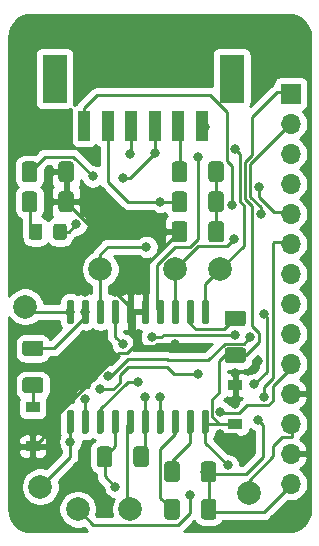
<source format=gbr>
%TF.GenerationSoftware,KiCad,Pcbnew,5.1.10*%
%TF.CreationDate,2021-09-10T11:26:47+02:00*%
%TF.ProjectId,PeltierSwitchingMainBoard_control,50656c74-6965-4725-9377-69746368696e,rev?*%
%TF.SameCoordinates,Original*%
%TF.FileFunction,Copper,L1,Top*%
%TF.FilePolarity,Positive*%
%FSLAX46Y46*%
G04 Gerber Fmt 4.6, Leading zero omitted, Abs format (unit mm)*
G04 Created by KiCad (PCBNEW 5.1.10) date 2021-09-10 11:26:47*
%MOMM*%
%LPD*%
G01*
G04 APERTURE LIST*
%TA.AperFunction,EtchedComponent*%
%ADD10C,0.100000*%
%TD*%
%TA.AperFunction,ComponentPad*%
%ADD11O,1.700000X1.700000*%
%TD*%
%TA.AperFunction,ComponentPad*%
%ADD12R,1.700000X1.700000*%
%TD*%
%TA.AperFunction,SMDPad,CuDef*%
%ADD13R,1.000000X2.500000*%
%TD*%
%TA.AperFunction,SMDPad,CuDef*%
%ADD14R,1.750000X3.450000*%
%TD*%
%TA.AperFunction,SMDPad,CuDef*%
%ADD15C,2.000000*%
%TD*%
%TA.AperFunction,SMDPad,CuDef*%
%ADD16R,1.200000X0.900000*%
%TD*%
%TA.AperFunction,ViaPad*%
%ADD17C,0.800000*%
%TD*%
%TA.AperFunction,Conductor*%
%ADD18C,0.250000*%
%TD*%
%TA.AperFunction,Conductor*%
%ADD19C,0.254000*%
%TD*%
%TA.AperFunction,Conductor*%
%ADD20C,0.100000*%
%TD*%
G04 APERTURE END LIST*
D10*
%TO.C,J3*%
G36*
X80605000Y-40910000D02*
G01*
X82605000Y-40910000D01*
X82605000Y-44910000D01*
X80605000Y-44910000D01*
X80605000Y-40910000D01*
G37*
X80605000Y-40910000D02*
X82605000Y-40910000D01*
X82605000Y-44910000D01*
X80605000Y-44910000D01*
X80605000Y-40910000D01*
G36*
X65605000Y-40910000D02*
G01*
X67605000Y-40910000D01*
X67605000Y-44910000D01*
X65605000Y-44910000D01*
X65605000Y-40910000D01*
G37*
X65605000Y-40910000D02*
X67605000Y-40910000D01*
X67605000Y-44910000D01*
X65605000Y-44910000D01*
X65605000Y-40910000D01*
%TD*%
D11*
%TO.P,J4,14*%
%TO.N,GND*%
X86614000Y-77216000D03*
%TO.P,J4,13*%
%TO.N,+12V*%
X86614000Y-74676000D03*
%TO.P,J4,12*%
%TO.N,/VSense*%
X86614000Y-72136000D03*
%TO.P,J4,11*%
%TO.N,+12V*%
X86614000Y-69596000D03*
%TO.P,J4,10*%
%TO.N,/BHS*%
X86614000Y-67056000D03*
%TO.P,J4,9*%
%TO.N,/BLS*%
X86614000Y-64516000D03*
%TO.P,J4,8*%
%TO.N,/BLO*%
X86614000Y-61976000D03*
%TO.P,J4,7*%
%TO.N,/BHO*%
X86614000Y-59436000D03*
%TO.P,J4,6*%
%TO.N,/BHB*%
X86614000Y-56896000D03*
%TO.P,J4,5*%
%TO.N,/ALS*%
X86614000Y-54356000D03*
%TO.P,J4,4*%
%TO.N,/ALO*%
X86614000Y-51816000D03*
%TO.P,J4,3*%
%TO.N,/AHO*%
X86614000Y-49276000D03*
%TO.P,J4,2*%
%TO.N,/AHS*%
X86614000Y-46736000D03*
D12*
%TO.P,J4,1*%
%TO.N,/AHB*%
X86614000Y-44196000D03*
%TD*%
D13*
%TO.P,J3,6*%
%TO.N,/VSense*%
X69105000Y-46910000D03*
%TO.P,J3,5*%
%TO.N,/IN-*%
X71105000Y-46910000D03*
%TO.P,J3,4*%
%TO.N,/IN+*%
X73105000Y-46910000D03*
%TO.P,J3,3*%
%TO.N,GND*%
X75105000Y-46910000D03*
%TO.P,J3,2*%
%TO.N,/Disable*%
X77105000Y-46910000D03*
%TO.P,J3,1*%
%TO.N,/HEN*%
X79105000Y-46910000D03*
D14*
%TO.P,J3,7*%
%TO.N,N/C*%
X81605000Y-42910000D03*
X66605000Y-42910000D03*
%TD*%
%TO.P,U1,20*%
%TO.N,/BHO*%
%TA.AperFunction,SMDPad,CuDef*%
G36*
G01*
X68095000Y-63685000D02*
X67795000Y-63685000D01*
G75*
G02*
X67645000Y-63535000I0J150000D01*
G01*
X67645000Y-61785000D01*
G75*
G02*
X67795000Y-61635000I150000J0D01*
G01*
X68095000Y-61635000D01*
G75*
G02*
X68245000Y-61785000I0J-150000D01*
G01*
X68245000Y-63535000D01*
G75*
G02*
X68095000Y-63685000I-150000J0D01*
G01*
G37*
%TD.AperFunction*%
%TO.P,U1,19*%
%TO.N,/BHS*%
%TA.AperFunction,SMDPad,CuDef*%
G36*
G01*
X69365000Y-63685000D02*
X69065000Y-63685000D01*
G75*
G02*
X68915000Y-63535000I0J150000D01*
G01*
X68915000Y-61785000D01*
G75*
G02*
X69065000Y-61635000I150000J0D01*
G01*
X69365000Y-61635000D01*
G75*
G02*
X69515000Y-61785000I0J-150000D01*
G01*
X69515000Y-63535000D01*
G75*
G02*
X69365000Y-63685000I-150000J0D01*
G01*
G37*
%TD.AperFunction*%
%TO.P,U1,18*%
%TO.N,/BLO*%
%TA.AperFunction,SMDPad,CuDef*%
G36*
G01*
X70635000Y-63685000D02*
X70335000Y-63685000D01*
G75*
G02*
X70185000Y-63535000I0J150000D01*
G01*
X70185000Y-61785000D01*
G75*
G02*
X70335000Y-61635000I150000J0D01*
G01*
X70635000Y-61635000D01*
G75*
G02*
X70785000Y-61785000I0J-150000D01*
G01*
X70785000Y-63535000D01*
G75*
G02*
X70635000Y-63685000I-150000J0D01*
G01*
G37*
%TD.AperFunction*%
%TO.P,U1,17*%
%TO.N,/BLS*%
%TA.AperFunction,SMDPad,CuDef*%
G36*
G01*
X71905000Y-63685000D02*
X71605000Y-63685000D01*
G75*
G02*
X71455000Y-63535000I0J150000D01*
G01*
X71455000Y-61785000D01*
G75*
G02*
X71605000Y-61635000I150000J0D01*
G01*
X71905000Y-61635000D01*
G75*
G02*
X72055000Y-61785000I0J-150000D01*
G01*
X72055000Y-63535000D01*
G75*
G02*
X71905000Y-63685000I-150000J0D01*
G01*
G37*
%TD.AperFunction*%
%TO.P,U1,16*%
%TO.N,+12V*%
%TA.AperFunction,SMDPad,CuDef*%
G36*
G01*
X73175000Y-63685000D02*
X72875000Y-63685000D01*
G75*
G02*
X72725000Y-63535000I0J150000D01*
G01*
X72725000Y-61785000D01*
G75*
G02*
X72875000Y-61635000I150000J0D01*
G01*
X73175000Y-61635000D01*
G75*
G02*
X73325000Y-61785000I0J-150000D01*
G01*
X73325000Y-63535000D01*
G75*
G02*
X73175000Y-63685000I-150000J0D01*
G01*
G37*
%TD.AperFunction*%
%TO.P,U1,15*%
%TA.AperFunction,SMDPad,CuDef*%
G36*
G01*
X74445000Y-63685000D02*
X74145000Y-63685000D01*
G75*
G02*
X73995000Y-63535000I0J150000D01*
G01*
X73995000Y-61785000D01*
G75*
G02*
X74145000Y-61635000I150000J0D01*
G01*
X74445000Y-61635000D01*
G75*
G02*
X74595000Y-61785000I0J-150000D01*
G01*
X74595000Y-63535000D01*
G75*
G02*
X74445000Y-63685000I-150000J0D01*
G01*
G37*
%TD.AperFunction*%
%TO.P,U1,14*%
%TO.N,/ALS*%
%TA.AperFunction,SMDPad,CuDef*%
G36*
G01*
X75715000Y-63685000D02*
X75415000Y-63685000D01*
G75*
G02*
X75265000Y-63535000I0J150000D01*
G01*
X75265000Y-61785000D01*
G75*
G02*
X75415000Y-61635000I150000J0D01*
G01*
X75715000Y-61635000D01*
G75*
G02*
X75865000Y-61785000I0J-150000D01*
G01*
X75865000Y-63535000D01*
G75*
G02*
X75715000Y-63685000I-150000J0D01*
G01*
G37*
%TD.AperFunction*%
%TO.P,U1,13*%
%TO.N,/ALO*%
%TA.AperFunction,SMDPad,CuDef*%
G36*
G01*
X76985000Y-63685000D02*
X76685000Y-63685000D01*
G75*
G02*
X76535000Y-63535000I0J150000D01*
G01*
X76535000Y-61785000D01*
G75*
G02*
X76685000Y-61635000I150000J0D01*
G01*
X76985000Y-61635000D01*
G75*
G02*
X77135000Y-61785000I0J-150000D01*
G01*
X77135000Y-63535000D01*
G75*
G02*
X76985000Y-63685000I-150000J0D01*
G01*
G37*
%TD.AperFunction*%
%TO.P,U1,12*%
%TO.N,/AHS*%
%TA.AperFunction,SMDPad,CuDef*%
G36*
G01*
X78255000Y-63685000D02*
X77955000Y-63685000D01*
G75*
G02*
X77805000Y-63535000I0J150000D01*
G01*
X77805000Y-61785000D01*
G75*
G02*
X77955000Y-61635000I150000J0D01*
G01*
X78255000Y-61635000D01*
G75*
G02*
X78405000Y-61785000I0J-150000D01*
G01*
X78405000Y-63535000D01*
G75*
G02*
X78255000Y-63685000I-150000J0D01*
G01*
G37*
%TD.AperFunction*%
%TO.P,U1,11*%
%TO.N,/AHO*%
%TA.AperFunction,SMDPad,CuDef*%
G36*
G01*
X79525000Y-63685000D02*
X79225000Y-63685000D01*
G75*
G02*
X79075000Y-63535000I0J150000D01*
G01*
X79075000Y-61785000D01*
G75*
G02*
X79225000Y-61635000I150000J0D01*
G01*
X79525000Y-61635000D01*
G75*
G02*
X79675000Y-61785000I0J-150000D01*
G01*
X79675000Y-63535000D01*
G75*
G02*
X79525000Y-63685000I-150000J0D01*
G01*
G37*
%TD.AperFunction*%
%TO.P,U1,10*%
%TO.N,/AHB*%
%TA.AperFunction,SMDPad,CuDef*%
G36*
G01*
X79525000Y-72985000D02*
X79225000Y-72985000D01*
G75*
G02*
X79075000Y-72835000I0J150000D01*
G01*
X79075000Y-71085000D01*
G75*
G02*
X79225000Y-70935000I150000J0D01*
G01*
X79525000Y-70935000D01*
G75*
G02*
X79675000Y-71085000I0J-150000D01*
G01*
X79675000Y-72835000D01*
G75*
G02*
X79525000Y-72985000I-150000J0D01*
G01*
G37*
%TD.AperFunction*%
%TO.P,U1,9*%
%TO.N,Net-(R6-Pad1)*%
%TA.AperFunction,SMDPad,CuDef*%
G36*
G01*
X78255000Y-72985000D02*
X77955000Y-72985000D01*
G75*
G02*
X77805000Y-72835000I0J150000D01*
G01*
X77805000Y-71085000D01*
G75*
G02*
X77955000Y-70935000I150000J0D01*
G01*
X78255000Y-70935000D01*
G75*
G02*
X78405000Y-71085000I0J-150000D01*
G01*
X78405000Y-72835000D01*
G75*
G02*
X78255000Y-72985000I-150000J0D01*
G01*
G37*
%TD.AperFunction*%
%TO.P,U1,8*%
%TO.N,Net-(R5-Pad1)*%
%TA.AperFunction,SMDPad,CuDef*%
G36*
G01*
X76985000Y-72985000D02*
X76685000Y-72985000D01*
G75*
G02*
X76535000Y-72835000I0J150000D01*
G01*
X76535000Y-71085000D01*
G75*
G02*
X76685000Y-70935000I150000J0D01*
G01*
X76985000Y-70935000D01*
G75*
G02*
X77135000Y-71085000I0J-150000D01*
G01*
X77135000Y-72835000D01*
G75*
G02*
X76985000Y-72985000I-150000J0D01*
G01*
G37*
%TD.AperFunction*%
%TO.P,U1,7*%
%TO.N,/IN-*%
%TA.AperFunction,SMDPad,CuDef*%
G36*
G01*
X75715000Y-72985000D02*
X75415000Y-72985000D01*
G75*
G02*
X75265000Y-72835000I0J150000D01*
G01*
X75265000Y-71085000D01*
G75*
G02*
X75415000Y-70935000I150000J0D01*
G01*
X75715000Y-70935000D01*
G75*
G02*
X75865000Y-71085000I0J-150000D01*
G01*
X75865000Y-72835000D01*
G75*
G02*
X75715000Y-72985000I-150000J0D01*
G01*
G37*
%TD.AperFunction*%
%TO.P,U1,6*%
%TO.N,/IN+*%
%TA.AperFunction,SMDPad,CuDef*%
G36*
G01*
X74445000Y-72985000D02*
X74145000Y-72985000D01*
G75*
G02*
X73995000Y-72835000I0J150000D01*
G01*
X73995000Y-71085000D01*
G75*
G02*
X74145000Y-70935000I150000J0D01*
G01*
X74445000Y-70935000D01*
G75*
G02*
X74595000Y-71085000I0J-150000D01*
G01*
X74595000Y-72835000D01*
G75*
G02*
X74445000Y-72985000I-150000J0D01*
G01*
G37*
%TD.AperFunction*%
%TO.P,U1,5*%
%TO.N,/OUT*%
%TA.AperFunction,SMDPad,CuDef*%
G36*
G01*
X73175000Y-72985000D02*
X72875000Y-72985000D01*
G75*
G02*
X72725000Y-72835000I0J150000D01*
G01*
X72725000Y-71085000D01*
G75*
G02*
X72875000Y-70935000I150000J0D01*
G01*
X73175000Y-70935000D01*
G75*
G02*
X73325000Y-71085000I0J-150000D01*
G01*
X73325000Y-72835000D01*
G75*
G02*
X73175000Y-72985000I-150000J0D01*
G01*
G37*
%TD.AperFunction*%
%TO.P,U1,4*%
%TO.N,GND*%
%TA.AperFunction,SMDPad,CuDef*%
G36*
G01*
X71905000Y-72985000D02*
X71605000Y-72985000D01*
G75*
G02*
X71455000Y-72835000I0J150000D01*
G01*
X71455000Y-71085000D01*
G75*
G02*
X71605000Y-70935000I150000J0D01*
G01*
X71905000Y-70935000D01*
G75*
G02*
X72055000Y-71085000I0J-150000D01*
G01*
X72055000Y-72835000D01*
G75*
G02*
X71905000Y-72985000I-150000J0D01*
G01*
G37*
%TD.AperFunction*%
%TO.P,U1,3*%
%TO.N,/Disable*%
%TA.AperFunction,SMDPad,CuDef*%
G36*
G01*
X70635000Y-72985000D02*
X70335000Y-72985000D01*
G75*
G02*
X70185000Y-72835000I0J150000D01*
G01*
X70185000Y-71085000D01*
G75*
G02*
X70335000Y-70935000I150000J0D01*
G01*
X70635000Y-70935000D01*
G75*
G02*
X70785000Y-71085000I0J-150000D01*
G01*
X70785000Y-72835000D01*
G75*
G02*
X70635000Y-72985000I-150000J0D01*
G01*
G37*
%TD.AperFunction*%
%TO.P,U1,2*%
%TO.N,/HEN*%
%TA.AperFunction,SMDPad,CuDef*%
G36*
G01*
X69365000Y-72985000D02*
X69065000Y-72985000D01*
G75*
G02*
X68915000Y-72835000I0J150000D01*
G01*
X68915000Y-71085000D01*
G75*
G02*
X69065000Y-70935000I150000J0D01*
G01*
X69365000Y-70935000D01*
G75*
G02*
X69515000Y-71085000I0J-150000D01*
G01*
X69515000Y-72835000D01*
G75*
G02*
X69365000Y-72985000I-150000J0D01*
G01*
G37*
%TD.AperFunction*%
%TO.P,U1,1*%
%TO.N,/BHB*%
%TA.AperFunction,SMDPad,CuDef*%
G36*
G01*
X68095000Y-72985000D02*
X67795000Y-72985000D01*
G75*
G02*
X67645000Y-72835000I0J150000D01*
G01*
X67645000Y-71085000D01*
G75*
G02*
X67795000Y-70935000I150000J0D01*
G01*
X68095000Y-70935000D01*
G75*
G02*
X68245000Y-71085000I0J-150000D01*
G01*
X68245000Y-72835000D01*
G75*
G02*
X68095000Y-72985000I-150000J0D01*
G01*
G37*
%TD.AperFunction*%
%TD*%
D15*
%TO.P,OUT,1*%
%TO.N,/OUT*%
X73025000Y-79375000D03*
%TD*%
%TO.P,VSense,1*%
%TO.N,/VSense*%
X83058000Y-77978000D03*
%TD*%
%TO.P,BHB,1*%
%TO.N,/BHB*%
X65405000Y-77470000D03*
%TD*%
%TO.P,AHB,1*%
%TO.N,/AHB*%
X68580000Y-79375000D03*
%TD*%
%TO.P,AHO,1*%
%TO.N,/AHO*%
X80645000Y-59055000D03*
%TD*%
%TO.P,ALO,1*%
%TO.N,/ALO*%
X76835000Y-59055000D03*
%TD*%
%TO.P,BLO,1*%
%TO.N,/BLO*%
X70485000Y-59055000D03*
%TD*%
%TO.P,BHO,1*%
%TO.N,/BHO*%
X64135000Y-62230000D03*
%TD*%
%TO.P,R7,2*%
%TO.N,Net-(D3-Pad2)*%
%TA.AperFunction,SMDPad,CuDef*%
G36*
G01*
X65140000Y-52714999D02*
X65140000Y-53965001D01*
G75*
G02*
X64890001Y-54215000I-249999J0D01*
G01*
X64089999Y-54215000D01*
G75*
G02*
X63840000Y-53965001I0J249999D01*
G01*
X63840000Y-52714999D01*
G75*
G02*
X64089999Y-52465000I249999J0D01*
G01*
X64890001Y-52465000D01*
G75*
G02*
X65140000Y-52714999I0J-249999D01*
G01*
G37*
%TD.AperFunction*%
%TO.P,R7,1*%
%TO.N,+12V*%
%TA.AperFunction,SMDPad,CuDef*%
G36*
G01*
X68240000Y-52714999D02*
X68240000Y-53965001D01*
G75*
G02*
X67990001Y-54215000I-249999J0D01*
G01*
X67189999Y-54215000D01*
G75*
G02*
X66940000Y-53965001I0J249999D01*
G01*
X66940000Y-52714999D01*
G75*
G02*
X67189999Y-52465000I249999J0D01*
G01*
X67990001Y-52465000D01*
G75*
G02*
X68240000Y-52714999I0J-249999D01*
G01*
G37*
%TD.AperFunction*%
%TD*%
%TO.P,R6,2*%
%TO.N,GND*%
%TA.AperFunction,SMDPad,CuDef*%
G36*
G01*
X79005000Y-76825001D02*
X79005000Y-75574999D01*
G75*
G02*
X79254999Y-75325000I249999J0D01*
G01*
X80055001Y-75325000D01*
G75*
G02*
X80305000Y-75574999I0J-249999D01*
G01*
X80305000Y-76825001D01*
G75*
G02*
X80055001Y-77075000I-249999J0D01*
G01*
X79254999Y-77075000D01*
G75*
G02*
X79005000Y-76825001I0J249999D01*
G01*
G37*
%TD.AperFunction*%
%TO.P,R6,1*%
%TO.N,Net-(R6-Pad1)*%
%TA.AperFunction,SMDPad,CuDef*%
G36*
G01*
X75905000Y-76825001D02*
X75905000Y-75574999D01*
G75*
G02*
X76154999Y-75325000I249999J0D01*
G01*
X76955001Y-75325000D01*
G75*
G02*
X77205000Y-75574999I0J-249999D01*
G01*
X77205000Y-76825001D01*
G75*
G02*
X76955001Y-77075000I-249999J0D01*
G01*
X76154999Y-77075000D01*
G75*
G02*
X75905000Y-76825001I0J249999D01*
G01*
G37*
%TD.AperFunction*%
%TD*%
%TO.P,R5,2*%
%TO.N,GND*%
%TA.AperFunction,SMDPad,CuDef*%
G36*
G01*
X79005000Y-80000001D02*
X79005000Y-78749999D01*
G75*
G02*
X79254999Y-78500000I249999J0D01*
G01*
X80055001Y-78500000D01*
G75*
G02*
X80305000Y-78749999I0J-249999D01*
G01*
X80305000Y-80000001D01*
G75*
G02*
X80055001Y-80250000I-249999J0D01*
G01*
X79254999Y-80250000D01*
G75*
G02*
X79005000Y-80000001I0J249999D01*
G01*
G37*
%TD.AperFunction*%
%TO.P,R5,1*%
%TO.N,Net-(R5-Pad1)*%
%TA.AperFunction,SMDPad,CuDef*%
G36*
G01*
X75905000Y-80000001D02*
X75905000Y-78749999D01*
G75*
G02*
X76154999Y-78500000I249999J0D01*
G01*
X76955001Y-78500000D01*
G75*
G02*
X77205000Y-78749999I0J-249999D01*
G01*
X77205000Y-80000001D01*
G75*
G02*
X76955001Y-80250000I-249999J0D01*
G01*
X76154999Y-80250000D01*
G75*
G02*
X75905000Y-80000001I0J249999D01*
G01*
G37*
%TD.AperFunction*%
%TD*%
%TO.P,R4,2*%
%TO.N,GND*%
%TA.AperFunction,SMDPad,CuDef*%
G36*
G01*
X79640000Y-51425001D02*
X79640000Y-50174999D01*
G75*
G02*
X79889999Y-49925000I249999J0D01*
G01*
X80690001Y-49925000D01*
G75*
G02*
X80940000Y-50174999I0J-249999D01*
G01*
X80940000Y-51425001D01*
G75*
G02*
X80690001Y-51675000I-249999J0D01*
G01*
X79889999Y-51675000D01*
G75*
G02*
X79640000Y-51425001I0J249999D01*
G01*
G37*
%TD.AperFunction*%
%TO.P,R4,1*%
%TO.N,/Disable*%
%TA.AperFunction,SMDPad,CuDef*%
G36*
G01*
X76540000Y-51425001D02*
X76540000Y-50174999D01*
G75*
G02*
X76789999Y-49925000I249999J0D01*
G01*
X77590001Y-49925000D01*
G75*
G02*
X77840000Y-50174999I0J-249999D01*
G01*
X77840000Y-51425001D01*
G75*
G02*
X77590001Y-51675000I-249999J0D01*
G01*
X76789999Y-51675000D01*
G75*
G02*
X76540000Y-51425001I0J249999D01*
G01*
G37*
%TD.AperFunction*%
%TD*%
%TO.P,R3,2*%
%TO.N,/HEN*%
%TA.AperFunction,SMDPad,CuDef*%
G36*
G01*
X65140000Y-50174999D02*
X65140000Y-51425001D01*
G75*
G02*
X64890001Y-51675000I-249999J0D01*
G01*
X64089999Y-51675000D01*
G75*
G02*
X63840000Y-51425001I0J249999D01*
G01*
X63840000Y-50174999D01*
G75*
G02*
X64089999Y-49925000I249999J0D01*
G01*
X64890001Y-49925000D01*
G75*
G02*
X65140000Y-50174999I0J-249999D01*
G01*
G37*
%TD.AperFunction*%
%TO.P,R3,1*%
%TO.N,+12V*%
%TA.AperFunction,SMDPad,CuDef*%
G36*
G01*
X68240000Y-50174999D02*
X68240000Y-51425001D01*
G75*
G02*
X67990001Y-51675000I-249999J0D01*
G01*
X67189999Y-51675000D01*
G75*
G02*
X66940000Y-51425001I0J249999D01*
G01*
X66940000Y-50174999D01*
G75*
G02*
X67189999Y-49925000I249999J0D01*
G01*
X67990001Y-49925000D01*
G75*
G02*
X68240000Y-50174999I0J-249999D01*
G01*
G37*
%TD.AperFunction*%
%TD*%
%TO.P,R2,2*%
%TO.N,GND*%
%TA.AperFunction,SMDPad,CuDef*%
G36*
G01*
X79640000Y-53965001D02*
X79640000Y-52714999D01*
G75*
G02*
X79889999Y-52465000I249999J0D01*
G01*
X80690001Y-52465000D01*
G75*
G02*
X80940000Y-52714999I0J-249999D01*
G01*
X80940000Y-53965001D01*
G75*
G02*
X80690001Y-54215000I-249999J0D01*
G01*
X79889999Y-54215000D01*
G75*
G02*
X79640000Y-53965001I0J249999D01*
G01*
G37*
%TD.AperFunction*%
%TO.P,R2,1*%
%TO.N,/IN-*%
%TA.AperFunction,SMDPad,CuDef*%
G36*
G01*
X76540000Y-53965001D02*
X76540000Y-52714999D01*
G75*
G02*
X76789999Y-52465000I249999J0D01*
G01*
X77590001Y-52465000D01*
G75*
G02*
X77840000Y-52714999I0J-249999D01*
G01*
X77840000Y-53965001D01*
G75*
G02*
X77590001Y-54215000I-249999J0D01*
G01*
X76789999Y-54215000D01*
G75*
G02*
X76540000Y-53965001I0J249999D01*
G01*
G37*
%TD.AperFunction*%
%TD*%
%TO.P,R1,2*%
%TO.N,GND*%
%TA.AperFunction,SMDPad,CuDef*%
G36*
G01*
X71490000Y-74304999D02*
X71490000Y-75555001D01*
G75*
G02*
X71240001Y-75805000I-249999J0D01*
G01*
X70439999Y-75805000D01*
G75*
G02*
X70190000Y-75555001I0J249999D01*
G01*
X70190000Y-74304999D01*
G75*
G02*
X70439999Y-74055000I249999J0D01*
G01*
X71240001Y-74055000D01*
G75*
G02*
X71490000Y-74304999I0J-249999D01*
G01*
G37*
%TD.AperFunction*%
%TO.P,R1,1*%
%TO.N,/IN+*%
%TA.AperFunction,SMDPad,CuDef*%
G36*
G01*
X74590000Y-74304999D02*
X74590000Y-75555001D01*
G75*
G02*
X74340001Y-75805000I-249999J0D01*
G01*
X73539999Y-75805000D01*
G75*
G02*
X73290000Y-75555001I0J249999D01*
G01*
X73290000Y-74304999D01*
G75*
G02*
X73539999Y-74055000I249999J0D01*
G01*
X74340001Y-74055000D01*
G75*
G02*
X74590000Y-74304999I0J-249999D01*
G01*
G37*
%TD.AperFunction*%
%TD*%
%TO.P,D3,2*%
%TO.N,Net-(D3-Pad2)*%
%TA.AperFunction,SMDPad,CuDef*%
G36*
G01*
X65590000Y-55429999D02*
X65590000Y-56330001D01*
G75*
G02*
X65340001Y-56580000I-249999J0D01*
G01*
X64689999Y-56580000D01*
G75*
G02*
X64440000Y-56330001I0J249999D01*
G01*
X64440000Y-55429999D01*
G75*
G02*
X64689999Y-55180000I249999J0D01*
G01*
X65340001Y-55180000D01*
G75*
G02*
X65590000Y-55429999I0J-249999D01*
G01*
G37*
%TD.AperFunction*%
%TO.P,D3,1*%
%TO.N,GND*%
%TA.AperFunction,SMDPad,CuDef*%
G36*
G01*
X67640000Y-55429999D02*
X67640000Y-56330001D01*
G75*
G02*
X67390001Y-56580000I-249999J0D01*
G01*
X66739999Y-56580000D01*
G75*
G02*
X66490000Y-56330001I0J249999D01*
G01*
X66490000Y-55429999D01*
G75*
G02*
X66739999Y-55180000I249999J0D01*
G01*
X67390001Y-55180000D01*
G75*
G02*
X67640000Y-55429999I0J-249999D01*
G01*
G37*
%TD.AperFunction*%
%TD*%
D16*
%TO.P,D2,2*%
%TO.N,+12V*%
X64770000Y-74040000D03*
%TO.P,D2,1*%
%TO.N,/BHB*%
X64770000Y-70740000D03*
%TD*%
%TO.P,D1,2*%
%TO.N,+12V*%
X81915000Y-68835000D03*
%TO.P,D1,1*%
%TO.N,/AHB*%
X81915000Y-72135000D03*
%TD*%
%TO.P,C8,2*%
%TO.N,/AHS*%
%TA.AperFunction,SMDPad,CuDef*%
G36*
G01*
X82565003Y-63870000D02*
X81264997Y-63870000D01*
G75*
G02*
X81015000Y-63620003I0J249997D01*
G01*
X81015000Y-62794997D01*
G75*
G02*
X81264997Y-62545000I249997J0D01*
G01*
X82565003Y-62545000D01*
G75*
G02*
X82815000Y-62794997I0J-249997D01*
G01*
X82815000Y-63620003D01*
G75*
G02*
X82565003Y-63870000I-249997J0D01*
G01*
G37*
%TD.AperFunction*%
%TO.P,C8,1*%
%TO.N,/AHB*%
%TA.AperFunction,SMDPad,CuDef*%
G36*
G01*
X82565003Y-66995000D02*
X81264997Y-66995000D01*
G75*
G02*
X81015000Y-66745003I0J249997D01*
G01*
X81015000Y-65919997D01*
G75*
G02*
X81264997Y-65670000I249997J0D01*
G01*
X82565003Y-65670000D01*
G75*
G02*
X82815000Y-65919997I0J-249997D01*
G01*
X82815000Y-66745003D01*
G75*
G02*
X82565003Y-66995000I-249997J0D01*
G01*
G37*
%TD.AperFunction*%
%TD*%
%TO.P,C7,2*%
%TO.N,/BHS*%
%TA.AperFunction,SMDPad,CuDef*%
G36*
G01*
X65420003Y-66410000D02*
X64119997Y-66410000D01*
G75*
G02*
X63870000Y-66160003I0J249997D01*
G01*
X63870000Y-65334997D01*
G75*
G02*
X64119997Y-65085000I249997J0D01*
G01*
X65420003Y-65085000D01*
G75*
G02*
X65670000Y-65334997I0J-249997D01*
G01*
X65670000Y-66160003D01*
G75*
G02*
X65420003Y-66410000I-249997J0D01*
G01*
G37*
%TD.AperFunction*%
%TO.P,C7,1*%
%TO.N,/BHB*%
%TA.AperFunction,SMDPad,CuDef*%
G36*
G01*
X65420003Y-69535000D02*
X64119997Y-69535000D01*
G75*
G02*
X63870000Y-69285003I0J249997D01*
G01*
X63870000Y-68459997D01*
G75*
G02*
X64119997Y-68210000I249997J0D01*
G01*
X65420003Y-68210000D01*
G75*
G02*
X65670000Y-68459997I0J-249997D01*
G01*
X65670000Y-69285003D01*
G75*
G02*
X65420003Y-69535000I-249997J0D01*
G01*
G37*
%TD.AperFunction*%
%TD*%
%TO.P,C6,2*%
%TO.N,GND*%
%TA.AperFunction,SMDPad,CuDef*%
G36*
G01*
X79640000Y-56530003D02*
X79640000Y-55229997D01*
G75*
G02*
X79889997Y-54980000I249997J0D01*
G01*
X80715003Y-54980000D01*
G75*
G02*
X80965000Y-55229997I0J-249997D01*
G01*
X80965000Y-56530003D01*
G75*
G02*
X80715003Y-56780000I-249997J0D01*
G01*
X79889997Y-56780000D01*
G75*
G02*
X79640000Y-56530003I0J249997D01*
G01*
G37*
%TD.AperFunction*%
%TO.P,C6,1*%
%TO.N,+12V*%
%TA.AperFunction,SMDPad,CuDef*%
G36*
G01*
X76515000Y-56530003D02*
X76515000Y-55229997D01*
G75*
G02*
X76764997Y-54980000I249997J0D01*
G01*
X77590003Y-54980000D01*
G75*
G02*
X77840000Y-55229997I0J-249997D01*
G01*
X77840000Y-56530003D01*
G75*
G02*
X77590003Y-56780000I-249997J0D01*
G01*
X76764997Y-56780000D01*
G75*
G02*
X76515000Y-56530003I0J249997D01*
G01*
G37*
%TD.AperFunction*%
%TD*%
D17*
%TO.N,GND*%
X71755000Y-77470000D03*
X80302516Y-55880000D03*
X83835602Y-71813139D03*
X79375000Y-76200000D03*
X75105000Y-49217270D03*
X80290000Y-50800000D03*
X68453000Y-55245000D03*
X72390000Y-51308000D03*
%TO.N,+12V*%
X80645000Y-73025000D03*
X83185000Y-74295006D03*
X81915000Y-70485000D03*
X81915000Y-67855740D03*
X76835000Y-65405000D03*
X64045000Y-59055000D03*
X69215000Y-60960000D03*
X71755000Y-60960000D03*
X83820000Y-66802000D03*
%TO.N,/BHS*%
X69215000Y-62660010D03*
X80627093Y-71120000D03*
%TO.N,/BHB*%
X64770000Y-68872500D03*
X67945000Y-73660000D03*
X84384965Y-69849992D03*
%TO.N,/AHS*%
X81915000Y-63207500D03*
X84059835Y-54370165D03*
%TO.N,/AHB*%
X78105199Y-78195009D03*
X81280000Y-75655010D03*
%TO.N,/VSense*%
X81614581Y-53578504D03*
%TO.N,/IN-*%
X75565000Y-69850000D03*
X75565000Y-53340000D03*
%TO.N,/IN+*%
X74295000Y-69850000D03*
X73025000Y-49275998D03*
%TO.N,/Disable*%
X77190000Y-50800000D03*
X73660000Y-68580000D03*
%TO.N,/HEN*%
X79375000Y-46990000D03*
X69195469Y-70017914D03*
X69850000Y-51180998D03*
%TO.N,/BLS*%
X83185010Y-64770000D03*
X71170908Y-68098355D03*
X72389998Y-65405000D03*
%TO.N,/BLO*%
X81915000Y-64619990D03*
X74840000Y-64770000D03*
X74385000Y-57150000D03*
%TO.N,/BHO*%
X67945000Y-62660000D03*
X84384959Y-62865000D03*
X78740000Y-67945000D03*
X70485000Y-69215000D03*
X83516340Y-68793660D03*
%TO.N,/ALS*%
X78740000Y-49530000D03*
X83910000Y-52070000D03*
%TO.N,/ALO*%
X81825000Y-56515000D03*
%TO.N,/AHO*%
X81915000Y-48895000D03*
%TD*%
D18*
%TO.N,GND*%
X71755000Y-74015000D02*
X71755000Y-71960000D01*
X70840000Y-74930000D02*
X71755000Y-74015000D01*
X80290000Y-55867500D02*
X80302500Y-55880000D01*
X80290000Y-50800000D02*
X80290000Y-55867500D01*
X70840000Y-76555000D02*
X71755000Y-77470000D01*
X70840000Y-74930000D02*
X70840000Y-76555000D01*
X79655000Y-76200000D02*
X79655000Y-79375000D01*
X80302500Y-55880000D02*
X80302516Y-55880000D01*
X84106860Y-71813139D02*
X83835602Y-71813139D01*
X79655000Y-76200000D02*
X79375000Y-76200000D01*
X82807993Y-76380011D02*
X84235601Y-74952403D01*
X84235601Y-72213138D02*
X83835602Y-71813139D01*
X79655000Y-76200000D02*
X79835011Y-76380011D01*
X84235601Y-74952403D02*
X84235601Y-72213138D01*
X79835011Y-76380011D02*
X82807993Y-76380011D01*
X75105000Y-49217270D02*
X75105000Y-46910000D01*
X67065000Y-55880000D02*
X67818000Y-55880000D01*
X67818000Y-55880000D02*
X68453000Y-55245000D01*
X73014270Y-51308000D02*
X72390000Y-51308000D01*
X75105000Y-49217270D02*
X73014270Y-51308000D01*
X79909000Y-79629000D02*
X79655000Y-79375000D01*
X84328000Y-79629000D02*
X79909000Y-79629000D01*
X86684999Y-77272001D02*
X84328000Y-79629000D01*
X86684999Y-77105000D02*
X86684999Y-77272001D01*
%TO.N,+12V*%
X86684999Y-69485000D02*
X86434999Y-69485000D01*
X67590000Y-50800000D02*
X67590000Y-53340000D01*
X70130000Y-55880000D02*
X77177500Y-55880000D01*
X67590000Y-53340000D02*
X70130000Y-55880000D01*
X74295000Y-58762500D02*
X74295000Y-62660000D01*
X77177500Y-55880000D02*
X74295000Y-58762500D01*
X73025000Y-62660000D02*
X74295000Y-62660000D01*
X64920000Y-74040000D02*
X64770000Y-74040000D01*
X72030530Y-66130002D02*
X65620000Y-72540532D01*
X73325000Y-65543006D02*
X72738004Y-66130002D01*
X73325000Y-62960000D02*
X73325000Y-65543006D01*
X65620000Y-72540532D02*
X65620000Y-73340000D01*
X72738004Y-66130002D02*
X72030530Y-66130002D01*
X65620000Y-73340000D02*
X64920000Y-74040000D01*
X73025000Y-62660000D02*
X73325000Y-62960000D01*
X81914994Y-73025000D02*
X83185000Y-74295006D01*
X80645000Y-73025000D02*
X81914994Y-73025000D01*
X81915000Y-68835000D02*
X81915000Y-70485000D01*
X81915000Y-68835000D02*
X81915000Y-67855740D01*
X75139996Y-65543006D02*
X73325000Y-65543006D01*
X75278002Y-65405000D02*
X75139996Y-65543006D01*
X76835000Y-65405000D02*
X75278002Y-65405000D01*
X67310000Y-59055000D02*
X69215000Y-60960000D01*
X64045000Y-59055000D02*
X67310000Y-59055000D01*
X73025000Y-62230000D02*
X73025000Y-62660000D01*
X71755000Y-60960000D02*
X73025000Y-62230000D01*
X83820000Y-66802000D02*
X83820000Y-67056000D01*
%TO.N,/BHS*%
X69215000Y-63086768D02*
X69215000Y-62660000D01*
X66554268Y-65747500D02*
X69215000Y-63086768D01*
X64770000Y-65747500D02*
X66554268Y-65747500D01*
X69215000Y-62660000D02*
X69215000Y-62660010D01*
X84708587Y-70575002D02*
X82898002Y-70575002D01*
X86684999Y-66945000D02*
X86684999Y-67361153D01*
X85109989Y-68936163D02*
X85109989Y-70173600D01*
X80717095Y-71210002D02*
X80627093Y-71120000D01*
X82263002Y-71210002D02*
X80717095Y-71210002D01*
X82898002Y-70575002D02*
X82263002Y-71210002D01*
X86684999Y-67361153D02*
X85109989Y-68936163D01*
X85109989Y-70173600D02*
X84708587Y-70575002D01*
%TO.N,/BHB*%
X64770000Y-70740000D02*
X64770000Y-68872500D01*
X67945000Y-73660000D02*
X67945000Y-71960000D01*
X67945000Y-74930000D02*
X67945000Y-73660000D01*
X65405000Y-77470000D02*
X67945000Y-74930000D01*
X85109989Y-56860010D02*
X85109989Y-68299752D01*
X85184999Y-56785000D02*
X85109989Y-56860010D01*
X84384965Y-69024776D02*
X84384965Y-69849992D01*
X85109989Y-68299752D02*
X84384965Y-69024776D01*
X86684999Y-56785000D02*
X85184999Y-56785000D01*
%TO.N,/AHS*%
X84059835Y-53804480D02*
X84059835Y-54370165D01*
X83185000Y-52929645D02*
X84059835Y-53804480D01*
X86684999Y-46625000D02*
X83185000Y-50124999D01*
X83185000Y-50124999D02*
X83185000Y-52929645D01*
X78105000Y-63685000D02*
X78105000Y-62660000D01*
X78555000Y-64135000D02*
X78105000Y-63685000D01*
X80987500Y-64135000D02*
X78555000Y-64135000D01*
X81915000Y-63207500D02*
X80987500Y-64135000D01*
%TO.N,/AHB*%
X79550000Y-72135000D02*
X79375000Y-71960000D01*
X81915000Y-72135000D02*
X79550000Y-72135000D01*
X81915000Y-66332500D02*
X82815000Y-66332500D01*
X82734989Y-53116045D02*
X82734989Y-49938599D01*
X83910011Y-65237489D02*
X83910011Y-64422009D01*
X82815000Y-66332500D02*
X83910011Y-65237489D01*
X83334834Y-49338755D02*
X83334834Y-46185165D01*
X85434999Y-44085000D02*
X86684999Y-44085000D01*
X82734989Y-49938599D02*
X83334834Y-49338755D01*
X83334834Y-46185165D02*
X85434999Y-44085000D01*
X83334834Y-53715889D02*
X82734989Y-53116045D01*
X83334834Y-63846832D02*
X83334834Y-53715889D01*
X83910011Y-64422009D02*
X83334834Y-63846832D01*
X69905001Y-80700001D02*
X77068189Y-80700001D01*
X77068189Y-80700001D02*
X78105199Y-79662991D01*
X78105199Y-79662991D02*
X78105199Y-78195009D01*
X68580000Y-79375000D02*
X69905001Y-80700001D01*
X79375000Y-73750010D02*
X81280000Y-75655010D01*
X79375000Y-71960000D02*
X79375000Y-73750010D01*
X81015000Y-66332500D02*
X80552901Y-66794599D01*
X80552901Y-69486190D02*
X79902092Y-70136999D01*
X79902092Y-70136999D02*
X79902092Y-71468001D01*
X79902092Y-71468001D02*
X80569091Y-72135000D01*
X81915000Y-66332500D02*
X81015000Y-66332500D01*
X80552901Y-66794599D02*
X80552901Y-69486190D01*
X80569091Y-72135000D02*
X81915000Y-72135000D01*
%TO.N,Net-(D3-Pad2)*%
X64490000Y-55355000D02*
X65015000Y-55880000D01*
X64490000Y-53340000D02*
X64490000Y-55355000D01*
%TO.N,/VSense*%
X79798528Y-44307843D02*
X81189998Y-45699313D01*
X81189998Y-45699313D02*
X81189998Y-49878002D01*
X81614581Y-50302585D02*
X81614581Y-53578504D01*
X69105000Y-46910000D02*
X69105000Y-45410000D01*
X70207157Y-44307843D02*
X79798528Y-44307843D01*
X69105000Y-45410000D02*
X70207157Y-44307843D01*
X81189998Y-49878002D02*
X81614581Y-50302585D01*
X85886162Y-73239990D02*
X86684999Y-73239990D01*
X85109989Y-74016163D02*
X85886162Y-73239990D01*
X86684999Y-73239990D02*
X86684999Y-72025000D01*
X85109989Y-74890011D02*
X85109989Y-74016163D01*
X83058000Y-76942000D02*
X85109989Y-74890011D01*
X83058000Y-77978000D02*
X83058000Y-76942000D01*
%TO.N,/IN-*%
X75565000Y-71960000D02*
X75565000Y-69850000D01*
X75565000Y-53340000D02*
X77190000Y-53340000D01*
X71105000Y-51625149D02*
X72819851Y-53340000D01*
X71105000Y-46910000D02*
X71105000Y-51625149D01*
X72819851Y-53340000D02*
X77190000Y-53340000D01*
%TO.N,/IN+*%
X74295000Y-74575000D02*
X73940000Y-74930000D01*
X74295000Y-71960000D02*
X74295000Y-74575000D01*
X74295000Y-71960000D02*
X74295000Y-69850000D01*
X73105000Y-49195998D02*
X73025000Y-49275998D01*
X73105000Y-46910000D02*
X73105000Y-49195998D01*
%TO.N,/Disable*%
X77190000Y-46995000D02*
X77105000Y-46910000D01*
X77190000Y-50800000D02*
X77190000Y-46995000D01*
X70485000Y-70924415D02*
X72829415Y-68580000D01*
X70485000Y-71960000D02*
X70485000Y-70924415D01*
X72829415Y-68580000D02*
X73660000Y-68580000D01*
%TO.N,/HEN*%
X79295000Y-46910000D02*
X79375000Y-46990000D01*
X79105000Y-46910000D02*
X79295000Y-46910000D01*
X69215000Y-70037445D02*
X69195469Y-70017914D01*
X69215000Y-71960000D02*
X69215000Y-70037445D01*
X68180003Y-49511001D02*
X69850000Y-51180998D01*
X64490000Y-50800000D02*
X65778999Y-49511001D01*
X65778999Y-49511001D02*
X68180003Y-49511001D01*
%TO.N,/BLS*%
X71755000Y-62660000D02*
X71755000Y-64770002D01*
X71755000Y-64770002D02*
X72389998Y-65405000D01*
X71406060Y-68098355D02*
X71170908Y-68098355D01*
X72829415Y-66675000D02*
X71406060Y-68098355D01*
X76109860Y-66675000D02*
X72829415Y-66675000D01*
X76204847Y-66769987D02*
X76109860Y-66675000D01*
X79601823Y-66769987D02*
X76204847Y-66769987D01*
X82610020Y-65344990D02*
X81026820Y-65344990D01*
X81026820Y-65344990D02*
X79601823Y-66769987D01*
X83185010Y-64770000D02*
X82610020Y-65344990D01*
%TO.N,/BLO*%
X70485000Y-59055000D02*
X70485000Y-62660000D01*
X75828222Y-64619990D02*
X75678212Y-64770000D01*
X81915000Y-64619990D02*
X75828222Y-64619990D01*
X75678212Y-64770000D02*
X74840000Y-64770000D01*
X70485000Y-57785000D02*
X70485000Y-59055000D01*
X71120000Y-57150000D02*
X70485000Y-57785000D01*
X74385000Y-57150000D02*
X71120000Y-57150000D01*
%TO.N,/BHO*%
X64565000Y-62660000D02*
X64135000Y-62230000D01*
X67945000Y-62660000D02*
X64565000Y-62660000D01*
X72110024Y-68030801D02*
X72110024Y-68662980D01*
X76108449Y-67310000D02*
X72830825Y-67310000D01*
X76743449Y-67945000D02*
X76108449Y-67310000D01*
X71558004Y-69215000D02*
X70485000Y-69215000D01*
X72110024Y-68662980D02*
X71558004Y-69215000D01*
X72830825Y-67310000D02*
X72110024Y-68030801D01*
X78740000Y-67945000D02*
X76743449Y-67945000D01*
X84582000Y-67728000D02*
X83516340Y-68793660D01*
X84582000Y-63062041D02*
X84582000Y-67728000D01*
X84384959Y-62865000D02*
X84582000Y-63062041D01*
%TO.N,/ALS*%
X78103590Y-57150000D02*
X78740000Y-56513590D01*
X75265000Y-58663998D02*
X76778998Y-57150000D01*
X75265000Y-62360000D02*
X75265000Y-58663998D01*
X76778998Y-57150000D02*
X78103590Y-57150000D01*
X75565000Y-62660000D02*
X75265000Y-62360000D01*
X78740000Y-56513590D02*
X78740000Y-49530000D01*
X83910000Y-52970001D02*
X83910000Y-52070000D01*
X85184999Y-54245000D02*
X83910000Y-52970001D01*
X86684999Y-54245000D02*
X85184999Y-54245000D01*
%TO.N,/ALO*%
X78784990Y-57105010D02*
X76835000Y-59055000D01*
X81234990Y-57105010D02*
X78784990Y-57105010D01*
X81825000Y-56515000D02*
X81234990Y-57105010D01*
X76835000Y-59055000D02*
X76835000Y-62660000D01*
%TO.N,/AHO*%
X79375000Y-60325000D02*
X80645000Y-59055000D01*
X79375000Y-62660000D02*
X79375000Y-60325000D01*
X82640001Y-53657468D02*
X82284978Y-53302445D01*
X82284978Y-53302445D02*
X82284978Y-49264978D01*
X80645000Y-59055000D02*
X82640001Y-57059999D01*
X82284978Y-49264978D02*
X81915000Y-48895000D01*
X82640001Y-57059999D02*
X82640001Y-53657468D01*
%TO.N,Net-(R5-Pad1)*%
X76835000Y-72985000D02*
X76835000Y-71960000D01*
X75579990Y-74240010D02*
X76835000Y-72985000D01*
X75579990Y-78399990D02*
X75579990Y-74240010D01*
X76555000Y-79375000D02*
X75579990Y-78399990D01*
%TO.N,Net-(R6-Pad1)*%
X78105000Y-73775000D02*
X78105000Y-71960000D01*
X76555000Y-75325000D02*
X78105000Y-73775000D01*
X76555000Y-76200000D02*
X76555000Y-75325000D01*
%TO.N,/OUT*%
X72725000Y-79075000D02*
X73025000Y-79375000D01*
X72725000Y-72260000D02*
X72725000Y-79075000D01*
X73025000Y-71960000D02*
X72725000Y-72260000D01*
%TD*%
D19*
%TO.N,+12V*%
X86724545Y-37528909D02*
X87075208Y-37634780D01*
X87398625Y-37806744D01*
X87682484Y-38038254D01*
X87915965Y-38320486D01*
X88090183Y-38642695D01*
X88198502Y-38992614D01*
X88240000Y-39387443D01*
X88240001Y-79342711D01*
X88201091Y-79739545D01*
X88095220Y-80090206D01*
X87923257Y-80413623D01*
X87691748Y-80697482D01*
X87409514Y-80930965D01*
X87087304Y-81105184D01*
X86737385Y-81213502D01*
X86342557Y-81255000D01*
X77589915Y-81255000D01*
X77608190Y-81240002D01*
X77631993Y-81210999D01*
X78458428Y-80384564D01*
X78516595Y-80493387D01*
X78627038Y-80627962D01*
X78761613Y-80738405D01*
X78915149Y-80820472D01*
X79081745Y-80871008D01*
X79254999Y-80888072D01*
X80055001Y-80888072D01*
X80228255Y-80871008D01*
X80394851Y-80820472D01*
X80548387Y-80738405D01*
X80682962Y-80627962D01*
X80793405Y-80493387D01*
X80849201Y-80389000D01*
X84290678Y-80389000D01*
X84328000Y-80392676D01*
X84365322Y-80389000D01*
X84365333Y-80389000D01*
X84476986Y-80378003D01*
X84620247Y-80334546D01*
X84752276Y-80263974D01*
X84868001Y-80169001D01*
X84891804Y-80139997D01*
X86353521Y-78678280D01*
X86467740Y-78701000D01*
X86760260Y-78701000D01*
X87047158Y-78643932D01*
X87317411Y-78531990D01*
X87560632Y-78369475D01*
X87767475Y-78162632D01*
X87929990Y-77919411D01*
X88041932Y-77649158D01*
X88099000Y-77362260D01*
X88099000Y-77069740D01*
X88041932Y-76782842D01*
X87929990Y-76512589D01*
X87767475Y-76269368D01*
X87560632Y-76062525D01*
X87378466Y-75940805D01*
X87495355Y-75871178D01*
X87711588Y-75676269D01*
X87885641Y-75442920D01*
X88010825Y-75180099D01*
X88055476Y-75032890D01*
X87934155Y-74803000D01*
X86741000Y-74803000D01*
X86741000Y-74823000D01*
X86487000Y-74823000D01*
X86487000Y-74803000D01*
X86467000Y-74803000D01*
X86467000Y-74549000D01*
X86487000Y-74549000D01*
X86487000Y-74529000D01*
X86741000Y-74529000D01*
X86741000Y-74549000D01*
X87934155Y-74549000D01*
X88055476Y-74319110D01*
X88010825Y-74171901D01*
X87885641Y-73909080D01*
X87711588Y-73675731D01*
X87495355Y-73480822D01*
X87419794Y-73435813D01*
X87434002Y-73388976D01*
X87435572Y-73373037D01*
X87560632Y-73289475D01*
X87767475Y-73082632D01*
X87929990Y-72839411D01*
X88041932Y-72569158D01*
X88099000Y-72282260D01*
X88099000Y-71989740D01*
X88041932Y-71702842D01*
X87929990Y-71432589D01*
X87767475Y-71189368D01*
X87560632Y-70982525D01*
X87378466Y-70860805D01*
X87495355Y-70791178D01*
X87711588Y-70596269D01*
X87885641Y-70362920D01*
X88010825Y-70100099D01*
X88055476Y-69952890D01*
X87934155Y-69723000D01*
X86741000Y-69723000D01*
X86741000Y-69743000D01*
X86487000Y-69743000D01*
X86487000Y-69723000D01*
X86467000Y-69723000D01*
X86467000Y-69469000D01*
X86487000Y-69469000D01*
X86487000Y-69449000D01*
X86741000Y-69449000D01*
X86741000Y-69469000D01*
X87934155Y-69469000D01*
X88055476Y-69239110D01*
X88010825Y-69091901D01*
X87885641Y-68829080D01*
X87711588Y-68595731D01*
X87495355Y-68400822D01*
X87378466Y-68331195D01*
X87560632Y-68209475D01*
X87767475Y-68002632D01*
X87929990Y-67759411D01*
X88041932Y-67489158D01*
X88099000Y-67202260D01*
X88099000Y-66909740D01*
X88041932Y-66622842D01*
X87929990Y-66352589D01*
X87767475Y-66109368D01*
X87560632Y-65902525D01*
X87386240Y-65786000D01*
X87560632Y-65669475D01*
X87767475Y-65462632D01*
X87929990Y-65219411D01*
X88041932Y-64949158D01*
X88099000Y-64662260D01*
X88099000Y-64369740D01*
X88041932Y-64082842D01*
X87929990Y-63812589D01*
X87767475Y-63569368D01*
X87560632Y-63362525D01*
X87386240Y-63246000D01*
X87560632Y-63129475D01*
X87767475Y-62922632D01*
X87929990Y-62679411D01*
X88041932Y-62409158D01*
X88099000Y-62122260D01*
X88099000Y-61829740D01*
X88041932Y-61542842D01*
X87929990Y-61272589D01*
X87767475Y-61029368D01*
X87560632Y-60822525D01*
X87386240Y-60706000D01*
X87560632Y-60589475D01*
X87767475Y-60382632D01*
X87929990Y-60139411D01*
X88041932Y-59869158D01*
X88099000Y-59582260D01*
X88099000Y-59289740D01*
X88041932Y-59002842D01*
X87929990Y-58732589D01*
X87767475Y-58489368D01*
X87560632Y-58282525D01*
X87386240Y-58166000D01*
X87560632Y-58049475D01*
X87767475Y-57842632D01*
X87929990Y-57599411D01*
X88041932Y-57329158D01*
X88099000Y-57042260D01*
X88099000Y-56749740D01*
X88041932Y-56462842D01*
X87929990Y-56192589D01*
X87767475Y-55949368D01*
X87560632Y-55742525D01*
X87386240Y-55626000D01*
X87560632Y-55509475D01*
X87767475Y-55302632D01*
X87929990Y-55059411D01*
X88041932Y-54789158D01*
X88099000Y-54502260D01*
X88099000Y-54209740D01*
X88041932Y-53922842D01*
X87929990Y-53652589D01*
X87767475Y-53409368D01*
X87560632Y-53202525D01*
X87386240Y-53086000D01*
X87560632Y-52969475D01*
X87767475Y-52762632D01*
X87929990Y-52519411D01*
X88041932Y-52249158D01*
X88099000Y-51962260D01*
X88099000Y-51669740D01*
X88041932Y-51382842D01*
X87929990Y-51112589D01*
X87767475Y-50869368D01*
X87560632Y-50662525D01*
X87386240Y-50546000D01*
X87560632Y-50429475D01*
X87767475Y-50222632D01*
X87929990Y-49979411D01*
X88041932Y-49709158D01*
X88099000Y-49422260D01*
X88099000Y-49129740D01*
X88041932Y-48842842D01*
X87929990Y-48572589D01*
X87767475Y-48329368D01*
X87560632Y-48122525D01*
X87386240Y-48006000D01*
X87560632Y-47889475D01*
X87767475Y-47682632D01*
X87929990Y-47439411D01*
X88041932Y-47169158D01*
X88099000Y-46882260D01*
X88099000Y-46589740D01*
X88041932Y-46302842D01*
X87929990Y-46032589D01*
X87767475Y-45789368D01*
X87635620Y-45657513D01*
X87708180Y-45635502D01*
X87818494Y-45576537D01*
X87915185Y-45497185D01*
X87994537Y-45400494D01*
X88053502Y-45290180D01*
X88089812Y-45170482D01*
X88102072Y-45046000D01*
X88102072Y-43346000D01*
X88089812Y-43221518D01*
X88053502Y-43101820D01*
X87994537Y-42991506D01*
X87915185Y-42894815D01*
X87818494Y-42815463D01*
X87708180Y-42756498D01*
X87588482Y-42720188D01*
X87464000Y-42707928D01*
X85764000Y-42707928D01*
X85639518Y-42720188D01*
X85519820Y-42756498D01*
X85409506Y-42815463D01*
X85312815Y-42894815D01*
X85233463Y-42991506D01*
X85174498Y-43101820D01*
X85138188Y-43221518D01*
X85125928Y-43346000D01*
X85125928Y-43388447D01*
X85010723Y-43450026D01*
X84894998Y-43544999D01*
X84871200Y-43573997D01*
X83197306Y-45247892D01*
X83203541Y-45236361D01*
X83234608Y-45179850D01*
X83235335Y-45177558D01*
X83236476Y-45175448D01*
X83255524Y-45113916D01*
X83275031Y-45052420D01*
X83275299Y-45050032D01*
X83276009Y-45047738D01*
X83282746Y-44983634D01*
X83289933Y-44919564D01*
X83289965Y-44914950D01*
X83289983Y-44914782D01*
X83289968Y-44914614D01*
X83290000Y-44910000D01*
X83290000Y-40910000D01*
X83283710Y-40845855D01*
X83277867Y-40781644D01*
X83277188Y-40779338D01*
X83276954Y-40776949D01*
X83258334Y-40715277D01*
X83240121Y-40653394D01*
X83239008Y-40651264D01*
X83238314Y-40648967D01*
X83208084Y-40592114D01*
X83178184Y-40534919D01*
X83176677Y-40533045D01*
X83175551Y-40530927D01*
X83134843Y-40481014D01*
X83094414Y-40430731D01*
X83092573Y-40429187D01*
X83091056Y-40427326D01*
X83041384Y-40386234D01*
X82992002Y-40344797D01*
X82989898Y-40343640D01*
X82988047Y-40342109D01*
X82931361Y-40311459D01*
X82874850Y-40280392D01*
X82872558Y-40279665D01*
X82870448Y-40278524D01*
X82808916Y-40259476D01*
X82747420Y-40239969D01*
X82745032Y-40239701D01*
X82742738Y-40238991D01*
X82678634Y-40232254D01*
X82614564Y-40225067D01*
X82609950Y-40225035D01*
X82609782Y-40225017D01*
X82609614Y-40225032D01*
X82605000Y-40225000D01*
X80605000Y-40225000D01*
X80540855Y-40231290D01*
X80476644Y-40237133D01*
X80474338Y-40237812D01*
X80471949Y-40238046D01*
X80410277Y-40256666D01*
X80348394Y-40274879D01*
X80346264Y-40275992D01*
X80343967Y-40276686D01*
X80287114Y-40306916D01*
X80229919Y-40336816D01*
X80228045Y-40338323D01*
X80225927Y-40339449D01*
X80176014Y-40380157D01*
X80125731Y-40420586D01*
X80124187Y-40422427D01*
X80122326Y-40423944D01*
X80081234Y-40473616D01*
X80039797Y-40522998D01*
X80038640Y-40525102D01*
X80037109Y-40526953D01*
X80006459Y-40583639D01*
X79975392Y-40640150D01*
X79974665Y-40642442D01*
X79973524Y-40644552D01*
X79954476Y-40706084D01*
X79934969Y-40767580D01*
X79934701Y-40769968D01*
X79933991Y-40772262D01*
X79927254Y-40836366D01*
X79920067Y-40900436D01*
X79920035Y-40905050D01*
X79920017Y-40905218D01*
X79920032Y-40905386D01*
X79920000Y-40910000D01*
X79920000Y-43556130D01*
X79835861Y-43547843D01*
X79835850Y-43547843D01*
X79798528Y-43544167D01*
X79761206Y-43547843D01*
X70244479Y-43547843D01*
X70207156Y-43544167D01*
X70169833Y-43547843D01*
X70169824Y-43547843D01*
X70058171Y-43558840D01*
X69914910Y-43602297D01*
X69782881Y-43672869D01*
X69782879Y-43672870D01*
X69782880Y-43672870D01*
X69696153Y-43744044D01*
X69696149Y-43744048D01*
X69667156Y-43767842D01*
X69643362Y-43796835D01*
X68593998Y-44846201D01*
X68565000Y-44869999D01*
X68541202Y-44898997D01*
X68541201Y-44898998D01*
X68470026Y-44985724D01*
X68437078Y-45047365D01*
X68360820Y-45070498D01*
X68250751Y-45129332D01*
X68255524Y-45113916D01*
X68275031Y-45052420D01*
X68275299Y-45050032D01*
X68276009Y-45047738D01*
X68282746Y-44983634D01*
X68289933Y-44919564D01*
X68289965Y-44914950D01*
X68289983Y-44914782D01*
X68289968Y-44914614D01*
X68290000Y-44910000D01*
X68290000Y-40910000D01*
X68283710Y-40845855D01*
X68277867Y-40781644D01*
X68277188Y-40779338D01*
X68276954Y-40776949D01*
X68258334Y-40715277D01*
X68240121Y-40653394D01*
X68239008Y-40651264D01*
X68238314Y-40648967D01*
X68208084Y-40592114D01*
X68178184Y-40534919D01*
X68176677Y-40533045D01*
X68175551Y-40530927D01*
X68134843Y-40481014D01*
X68094414Y-40430731D01*
X68092573Y-40429187D01*
X68091056Y-40427326D01*
X68041384Y-40386234D01*
X67992002Y-40344797D01*
X67989898Y-40343640D01*
X67988047Y-40342109D01*
X67931361Y-40311459D01*
X67874850Y-40280392D01*
X67872558Y-40279665D01*
X67870448Y-40278524D01*
X67808916Y-40259476D01*
X67747420Y-40239969D01*
X67745032Y-40239701D01*
X67742738Y-40238991D01*
X67678634Y-40232254D01*
X67614564Y-40225067D01*
X67609950Y-40225035D01*
X67609782Y-40225017D01*
X67609614Y-40225032D01*
X67605000Y-40225000D01*
X65605000Y-40225000D01*
X65540855Y-40231290D01*
X65476644Y-40237133D01*
X65474338Y-40237812D01*
X65471949Y-40238046D01*
X65410277Y-40256666D01*
X65348394Y-40274879D01*
X65346264Y-40275992D01*
X65343967Y-40276686D01*
X65287114Y-40306916D01*
X65229919Y-40336816D01*
X65228045Y-40338323D01*
X65225927Y-40339449D01*
X65176014Y-40380157D01*
X65125731Y-40420586D01*
X65124187Y-40422427D01*
X65122326Y-40423944D01*
X65081234Y-40473616D01*
X65039797Y-40522998D01*
X65038640Y-40525102D01*
X65037109Y-40526953D01*
X65006459Y-40583639D01*
X64975392Y-40640150D01*
X64974665Y-40642442D01*
X64973524Y-40644552D01*
X64954476Y-40706084D01*
X64934969Y-40767580D01*
X64934701Y-40769968D01*
X64933991Y-40772262D01*
X64927254Y-40836366D01*
X64920067Y-40900436D01*
X64920035Y-40905050D01*
X64920017Y-40905218D01*
X64920032Y-40905386D01*
X64920000Y-40910000D01*
X64920000Y-44910000D01*
X64926290Y-44974145D01*
X64932133Y-45038356D01*
X64932812Y-45040662D01*
X64933046Y-45043051D01*
X64951666Y-45104723D01*
X64969879Y-45166606D01*
X64970992Y-45168736D01*
X64971686Y-45171033D01*
X65001916Y-45227886D01*
X65031816Y-45285081D01*
X65033323Y-45286955D01*
X65034449Y-45289073D01*
X65075157Y-45338986D01*
X65115586Y-45389269D01*
X65117427Y-45390813D01*
X65118944Y-45392674D01*
X65168616Y-45433766D01*
X65217998Y-45475203D01*
X65220102Y-45476360D01*
X65221953Y-45477891D01*
X65278639Y-45508541D01*
X65335150Y-45539608D01*
X65337442Y-45540335D01*
X65339552Y-45541476D01*
X65401084Y-45560524D01*
X65462580Y-45580031D01*
X65464968Y-45580299D01*
X65467262Y-45581009D01*
X65531366Y-45587746D01*
X65595436Y-45594933D01*
X65600050Y-45594965D01*
X65600218Y-45594983D01*
X65600386Y-45594968D01*
X65605000Y-45595000D01*
X67605000Y-45595000D01*
X67669145Y-45588710D01*
X67733356Y-45582867D01*
X67735662Y-45582188D01*
X67738051Y-45581954D01*
X67799723Y-45563334D01*
X67861606Y-45545121D01*
X67863736Y-45544008D01*
X67866033Y-45543314D01*
X67922886Y-45513084D01*
X67980081Y-45483184D01*
X67981955Y-45481677D01*
X67984073Y-45480551D01*
X67999738Y-45467775D01*
X67979188Y-45535518D01*
X67966928Y-45660000D01*
X67966928Y-48160000D01*
X67979188Y-48284482D01*
X68015498Y-48404180D01*
X68074463Y-48514494D01*
X68153815Y-48611185D01*
X68250506Y-48690537D01*
X68360820Y-48749502D01*
X68480518Y-48785812D01*
X68605000Y-48798072D01*
X69605000Y-48798072D01*
X69729482Y-48785812D01*
X69849180Y-48749502D01*
X69959494Y-48690537D01*
X70056185Y-48611185D01*
X70105000Y-48551704D01*
X70153815Y-48611185D01*
X70250506Y-48690537D01*
X70345000Y-48741046D01*
X70345001Y-50266963D01*
X70340256Y-50263793D01*
X70151898Y-50185772D01*
X69951939Y-50145998D01*
X69889802Y-50145998D01*
X68743806Y-49000003D01*
X68720004Y-48971000D01*
X68604279Y-48876027D01*
X68472250Y-48805455D01*
X68328989Y-48761998D01*
X68217336Y-48751001D01*
X68217325Y-48751001D01*
X68180003Y-48747325D01*
X68142681Y-48751001D01*
X65816322Y-48751001D01*
X65778999Y-48747325D01*
X65741676Y-48751001D01*
X65741666Y-48751001D01*
X65630013Y-48761998D01*
X65486752Y-48805455D01*
X65354723Y-48876027D01*
X65238998Y-48971000D01*
X65215200Y-48999998D01*
X64924839Y-49290359D01*
X64890001Y-49286928D01*
X64089999Y-49286928D01*
X63916745Y-49303992D01*
X63750149Y-49354528D01*
X63596613Y-49436595D01*
X63462038Y-49547038D01*
X63351595Y-49681613D01*
X63269528Y-49835149D01*
X63218992Y-50001745D01*
X63201928Y-50174999D01*
X63201928Y-51425001D01*
X63218992Y-51598255D01*
X63269528Y-51764851D01*
X63351595Y-51918387D01*
X63462038Y-52052962D01*
X63482799Y-52070000D01*
X63462038Y-52087038D01*
X63351595Y-52221613D01*
X63269528Y-52375149D01*
X63218992Y-52541745D01*
X63201928Y-52714999D01*
X63201928Y-53965001D01*
X63218992Y-54138255D01*
X63269528Y-54304851D01*
X63351595Y-54458387D01*
X63462038Y-54592962D01*
X63596613Y-54703405D01*
X63730001Y-54774702D01*
X63730001Y-55317668D01*
X63726324Y-55355000D01*
X63730001Y-55392333D01*
X63740998Y-55503986D01*
X63754015Y-55546898D01*
X63784454Y-55647246D01*
X63801928Y-55679937D01*
X63801928Y-56330001D01*
X63818992Y-56503255D01*
X63869528Y-56669851D01*
X63951595Y-56823387D01*
X64062038Y-56957962D01*
X64196613Y-57068405D01*
X64350149Y-57150472D01*
X64516745Y-57201008D01*
X64689999Y-57218072D01*
X65340001Y-57218072D01*
X65513255Y-57201008D01*
X65679851Y-57150472D01*
X65833387Y-57068405D01*
X65967962Y-56957962D01*
X66040000Y-56870184D01*
X66112038Y-56957962D01*
X66246613Y-57068405D01*
X66400149Y-57150472D01*
X66566745Y-57201008D01*
X66739999Y-57218072D01*
X67390001Y-57218072D01*
X67563255Y-57201008D01*
X67729851Y-57150472D01*
X67883387Y-57068405D01*
X68017962Y-56957962D01*
X68128405Y-56823387D01*
X68210472Y-56669851D01*
X68261008Y-56503255D01*
X68261400Y-56499280D01*
X68358001Y-56420001D01*
X68381803Y-56390998D01*
X68492801Y-56280000D01*
X68554939Y-56280000D01*
X68754898Y-56240226D01*
X68943256Y-56162205D01*
X69112774Y-56048937D01*
X69256937Y-55904774D01*
X69370205Y-55735256D01*
X69448226Y-55546898D01*
X69488000Y-55346939D01*
X69488000Y-55143061D01*
X69448226Y-54943102D01*
X69370205Y-54754744D01*
X69256937Y-54585226D01*
X69112774Y-54441063D01*
X68943256Y-54327795D01*
X68869953Y-54297432D01*
X68878072Y-54215000D01*
X68875000Y-53625750D01*
X68716250Y-53467000D01*
X67717000Y-53467000D01*
X67717000Y-53487000D01*
X67463000Y-53487000D01*
X67463000Y-53467000D01*
X66463750Y-53467000D01*
X66305000Y-53625750D01*
X66301928Y-54215000D01*
X66314188Y-54339482D01*
X66350498Y-54459180D01*
X66409463Y-54569494D01*
X66433913Y-54599286D01*
X66400149Y-54609528D01*
X66246613Y-54691595D01*
X66112038Y-54802038D01*
X66040000Y-54889816D01*
X65967962Y-54802038D01*
X65833387Y-54691595D01*
X65679851Y-54609528D01*
X65539345Y-54566906D01*
X65628405Y-54458387D01*
X65710472Y-54304851D01*
X65761008Y-54138255D01*
X65778072Y-53965001D01*
X65778072Y-52714999D01*
X65761008Y-52541745D01*
X65710472Y-52375149D01*
X65628405Y-52221613D01*
X65517962Y-52087038D01*
X65497201Y-52070000D01*
X65517962Y-52052962D01*
X65628405Y-51918387D01*
X65710472Y-51764851D01*
X65737727Y-51675000D01*
X66301928Y-51675000D01*
X66314188Y-51799482D01*
X66350498Y-51919180D01*
X66409463Y-52029494D01*
X66442705Y-52070000D01*
X66409463Y-52110506D01*
X66350498Y-52220820D01*
X66314188Y-52340518D01*
X66301928Y-52465000D01*
X66305000Y-53054250D01*
X66463750Y-53213000D01*
X67463000Y-53213000D01*
X67463000Y-50927000D01*
X66463750Y-50927000D01*
X66305000Y-51085750D01*
X66301928Y-51675000D01*
X65737727Y-51675000D01*
X65761008Y-51598255D01*
X65778072Y-51425001D01*
X65778072Y-50586730D01*
X66093801Y-50271001D01*
X66303732Y-50271001D01*
X66305000Y-50514250D01*
X66463750Y-50673000D01*
X67463000Y-50673000D01*
X67463000Y-50653000D01*
X67717000Y-50653000D01*
X67717000Y-50673000D01*
X67737000Y-50673000D01*
X67737000Y-50927000D01*
X67717000Y-50927000D01*
X67717000Y-53213000D01*
X68716250Y-53213000D01*
X68875000Y-53054250D01*
X68878072Y-52465000D01*
X68865812Y-52340518D01*
X68829502Y-52220820D01*
X68770537Y-52110506D01*
X68737295Y-52070000D01*
X68770537Y-52029494D01*
X68829502Y-51919180D01*
X68865812Y-51799482D01*
X68878072Y-51675000D01*
X68877355Y-51537410D01*
X68932795Y-51671254D01*
X69046063Y-51840772D01*
X69190226Y-51984935D01*
X69359744Y-52098203D01*
X69548102Y-52176224D01*
X69748061Y-52215998D01*
X69951939Y-52215998D01*
X70151898Y-52176224D01*
X70340256Y-52098203D01*
X70455087Y-52021476D01*
X70470026Y-52049425D01*
X70521329Y-52111937D01*
X70565000Y-52165150D01*
X70593998Y-52188948D01*
X72256052Y-53851003D01*
X72279850Y-53880001D01*
X72308848Y-53903799D01*
X72395575Y-53974974D01*
X72527604Y-54045546D01*
X72670865Y-54089003D01*
X72819851Y-54103677D01*
X72857184Y-54100000D01*
X74861289Y-54100000D01*
X74905226Y-54143937D01*
X75074744Y-54257205D01*
X75263102Y-54335226D01*
X75463061Y-54375000D01*
X75666939Y-54375000D01*
X75866898Y-54335226D01*
X75966258Y-54294070D01*
X75969528Y-54304851D01*
X76051595Y-54458387D01*
X76091050Y-54506464D01*
X76063815Y-54528815D01*
X75984463Y-54625506D01*
X75925498Y-54735820D01*
X75889188Y-54855518D01*
X75876928Y-54980000D01*
X75880000Y-55594250D01*
X76038750Y-55753000D01*
X77050500Y-55753000D01*
X77050500Y-55733000D01*
X77304500Y-55733000D01*
X77304500Y-55753000D01*
X77324500Y-55753000D01*
X77324500Y-56007000D01*
X77304500Y-56007000D01*
X77304500Y-56027000D01*
X77050500Y-56027000D01*
X77050500Y-56007000D01*
X76038750Y-56007000D01*
X75880000Y-56165750D01*
X75876928Y-56780000D01*
X75889188Y-56904482D01*
X75903275Y-56950921D01*
X75364618Y-57489578D01*
X75380226Y-57451898D01*
X75420000Y-57251939D01*
X75420000Y-57048061D01*
X75380226Y-56848102D01*
X75302205Y-56659744D01*
X75188937Y-56490226D01*
X75044774Y-56346063D01*
X74875256Y-56232795D01*
X74686898Y-56154774D01*
X74486939Y-56115000D01*
X74283061Y-56115000D01*
X74083102Y-56154774D01*
X73894744Y-56232795D01*
X73725226Y-56346063D01*
X73681289Y-56390000D01*
X71157333Y-56390000D01*
X71120000Y-56386323D01*
X71082667Y-56390000D01*
X70971014Y-56400997D01*
X70827753Y-56444454D01*
X70695724Y-56515026D01*
X70579999Y-56609999D01*
X70556200Y-56638998D01*
X69974002Y-57221197D01*
X69944999Y-57244999D01*
X69891214Y-57310537D01*
X69850026Y-57360724D01*
X69806451Y-57442246D01*
X69779454Y-57492754D01*
X69750040Y-57589719D01*
X69710537Y-57606082D01*
X69442748Y-57785013D01*
X69215013Y-58012748D01*
X69036082Y-58280537D01*
X68912832Y-58578088D01*
X68850000Y-58893967D01*
X68850000Y-59216033D01*
X68912832Y-59531912D01*
X69036082Y-59829463D01*
X69215013Y-60097252D01*
X69442748Y-60324987D01*
X69710537Y-60503918D01*
X69725000Y-60509909D01*
X69725001Y-61088142D01*
X69666582Y-61056916D01*
X69518745Y-61012071D01*
X69365000Y-60996928D01*
X69065000Y-60996928D01*
X68911255Y-61012071D01*
X68763418Y-61056916D01*
X68627171Y-61129742D01*
X68580000Y-61168454D01*
X68532829Y-61129742D01*
X68396582Y-61056916D01*
X68248745Y-61012071D01*
X68095000Y-60996928D01*
X67795000Y-60996928D01*
X67641255Y-61012071D01*
X67493418Y-61056916D01*
X67357171Y-61129742D01*
X67237749Y-61227749D01*
X67139742Y-61347171D01*
X67066916Y-61483418D01*
X67022071Y-61631255D01*
X67006928Y-61785000D01*
X67006928Y-61900000D01*
X65736391Y-61900000D01*
X65707168Y-61753088D01*
X65583918Y-61455537D01*
X65404987Y-61187748D01*
X65177252Y-60960013D01*
X64909463Y-60781082D01*
X64611912Y-60657832D01*
X64296033Y-60595000D01*
X63973967Y-60595000D01*
X63658088Y-60657832D01*
X63360537Y-60781082D01*
X63092748Y-60960013D01*
X62865013Y-61187748D01*
X62763000Y-61340421D01*
X62763000Y-39402279D01*
X62801909Y-39005455D01*
X62907780Y-38654792D01*
X63079744Y-38331375D01*
X63311254Y-38047516D01*
X63593486Y-37814035D01*
X63915695Y-37639817D01*
X64265614Y-37531498D01*
X64660443Y-37490000D01*
X86327721Y-37490000D01*
X86724545Y-37528909D01*
%TA.AperFunction,Conductor*%
D20*
G36*
X86724545Y-37528909D02*
G01*
X87075208Y-37634780D01*
X87398625Y-37806744D01*
X87682484Y-38038254D01*
X87915965Y-38320486D01*
X88090183Y-38642695D01*
X88198502Y-38992614D01*
X88240000Y-39387443D01*
X88240001Y-79342711D01*
X88201091Y-79739545D01*
X88095220Y-80090206D01*
X87923257Y-80413623D01*
X87691748Y-80697482D01*
X87409514Y-80930965D01*
X87087304Y-81105184D01*
X86737385Y-81213502D01*
X86342557Y-81255000D01*
X77589915Y-81255000D01*
X77608190Y-81240002D01*
X77631993Y-81210999D01*
X78458428Y-80384564D01*
X78516595Y-80493387D01*
X78627038Y-80627962D01*
X78761613Y-80738405D01*
X78915149Y-80820472D01*
X79081745Y-80871008D01*
X79254999Y-80888072D01*
X80055001Y-80888072D01*
X80228255Y-80871008D01*
X80394851Y-80820472D01*
X80548387Y-80738405D01*
X80682962Y-80627962D01*
X80793405Y-80493387D01*
X80849201Y-80389000D01*
X84290678Y-80389000D01*
X84328000Y-80392676D01*
X84365322Y-80389000D01*
X84365333Y-80389000D01*
X84476986Y-80378003D01*
X84620247Y-80334546D01*
X84752276Y-80263974D01*
X84868001Y-80169001D01*
X84891804Y-80139997D01*
X86353521Y-78678280D01*
X86467740Y-78701000D01*
X86760260Y-78701000D01*
X87047158Y-78643932D01*
X87317411Y-78531990D01*
X87560632Y-78369475D01*
X87767475Y-78162632D01*
X87929990Y-77919411D01*
X88041932Y-77649158D01*
X88099000Y-77362260D01*
X88099000Y-77069740D01*
X88041932Y-76782842D01*
X87929990Y-76512589D01*
X87767475Y-76269368D01*
X87560632Y-76062525D01*
X87378466Y-75940805D01*
X87495355Y-75871178D01*
X87711588Y-75676269D01*
X87885641Y-75442920D01*
X88010825Y-75180099D01*
X88055476Y-75032890D01*
X87934155Y-74803000D01*
X86741000Y-74803000D01*
X86741000Y-74823000D01*
X86487000Y-74823000D01*
X86487000Y-74803000D01*
X86467000Y-74803000D01*
X86467000Y-74549000D01*
X86487000Y-74549000D01*
X86487000Y-74529000D01*
X86741000Y-74529000D01*
X86741000Y-74549000D01*
X87934155Y-74549000D01*
X88055476Y-74319110D01*
X88010825Y-74171901D01*
X87885641Y-73909080D01*
X87711588Y-73675731D01*
X87495355Y-73480822D01*
X87419794Y-73435813D01*
X87434002Y-73388976D01*
X87435572Y-73373037D01*
X87560632Y-73289475D01*
X87767475Y-73082632D01*
X87929990Y-72839411D01*
X88041932Y-72569158D01*
X88099000Y-72282260D01*
X88099000Y-71989740D01*
X88041932Y-71702842D01*
X87929990Y-71432589D01*
X87767475Y-71189368D01*
X87560632Y-70982525D01*
X87378466Y-70860805D01*
X87495355Y-70791178D01*
X87711588Y-70596269D01*
X87885641Y-70362920D01*
X88010825Y-70100099D01*
X88055476Y-69952890D01*
X87934155Y-69723000D01*
X86741000Y-69723000D01*
X86741000Y-69743000D01*
X86487000Y-69743000D01*
X86487000Y-69723000D01*
X86467000Y-69723000D01*
X86467000Y-69469000D01*
X86487000Y-69469000D01*
X86487000Y-69449000D01*
X86741000Y-69449000D01*
X86741000Y-69469000D01*
X87934155Y-69469000D01*
X88055476Y-69239110D01*
X88010825Y-69091901D01*
X87885641Y-68829080D01*
X87711588Y-68595731D01*
X87495355Y-68400822D01*
X87378466Y-68331195D01*
X87560632Y-68209475D01*
X87767475Y-68002632D01*
X87929990Y-67759411D01*
X88041932Y-67489158D01*
X88099000Y-67202260D01*
X88099000Y-66909740D01*
X88041932Y-66622842D01*
X87929990Y-66352589D01*
X87767475Y-66109368D01*
X87560632Y-65902525D01*
X87386240Y-65786000D01*
X87560632Y-65669475D01*
X87767475Y-65462632D01*
X87929990Y-65219411D01*
X88041932Y-64949158D01*
X88099000Y-64662260D01*
X88099000Y-64369740D01*
X88041932Y-64082842D01*
X87929990Y-63812589D01*
X87767475Y-63569368D01*
X87560632Y-63362525D01*
X87386240Y-63246000D01*
X87560632Y-63129475D01*
X87767475Y-62922632D01*
X87929990Y-62679411D01*
X88041932Y-62409158D01*
X88099000Y-62122260D01*
X88099000Y-61829740D01*
X88041932Y-61542842D01*
X87929990Y-61272589D01*
X87767475Y-61029368D01*
X87560632Y-60822525D01*
X87386240Y-60706000D01*
X87560632Y-60589475D01*
X87767475Y-60382632D01*
X87929990Y-60139411D01*
X88041932Y-59869158D01*
X88099000Y-59582260D01*
X88099000Y-59289740D01*
X88041932Y-59002842D01*
X87929990Y-58732589D01*
X87767475Y-58489368D01*
X87560632Y-58282525D01*
X87386240Y-58166000D01*
X87560632Y-58049475D01*
X87767475Y-57842632D01*
X87929990Y-57599411D01*
X88041932Y-57329158D01*
X88099000Y-57042260D01*
X88099000Y-56749740D01*
X88041932Y-56462842D01*
X87929990Y-56192589D01*
X87767475Y-55949368D01*
X87560632Y-55742525D01*
X87386240Y-55626000D01*
X87560632Y-55509475D01*
X87767475Y-55302632D01*
X87929990Y-55059411D01*
X88041932Y-54789158D01*
X88099000Y-54502260D01*
X88099000Y-54209740D01*
X88041932Y-53922842D01*
X87929990Y-53652589D01*
X87767475Y-53409368D01*
X87560632Y-53202525D01*
X87386240Y-53086000D01*
X87560632Y-52969475D01*
X87767475Y-52762632D01*
X87929990Y-52519411D01*
X88041932Y-52249158D01*
X88099000Y-51962260D01*
X88099000Y-51669740D01*
X88041932Y-51382842D01*
X87929990Y-51112589D01*
X87767475Y-50869368D01*
X87560632Y-50662525D01*
X87386240Y-50546000D01*
X87560632Y-50429475D01*
X87767475Y-50222632D01*
X87929990Y-49979411D01*
X88041932Y-49709158D01*
X88099000Y-49422260D01*
X88099000Y-49129740D01*
X88041932Y-48842842D01*
X87929990Y-48572589D01*
X87767475Y-48329368D01*
X87560632Y-48122525D01*
X87386240Y-48006000D01*
X87560632Y-47889475D01*
X87767475Y-47682632D01*
X87929990Y-47439411D01*
X88041932Y-47169158D01*
X88099000Y-46882260D01*
X88099000Y-46589740D01*
X88041932Y-46302842D01*
X87929990Y-46032589D01*
X87767475Y-45789368D01*
X87635620Y-45657513D01*
X87708180Y-45635502D01*
X87818494Y-45576537D01*
X87915185Y-45497185D01*
X87994537Y-45400494D01*
X88053502Y-45290180D01*
X88089812Y-45170482D01*
X88102072Y-45046000D01*
X88102072Y-43346000D01*
X88089812Y-43221518D01*
X88053502Y-43101820D01*
X87994537Y-42991506D01*
X87915185Y-42894815D01*
X87818494Y-42815463D01*
X87708180Y-42756498D01*
X87588482Y-42720188D01*
X87464000Y-42707928D01*
X85764000Y-42707928D01*
X85639518Y-42720188D01*
X85519820Y-42756498D01*
X85409506Y-42815463D01*
X85312815Y-42894815D01*
X85233463Y-42991506D01*
X85174498Y-43101820D01*
X85138188Y-43221518D01*
X85125928Y-43346000D01*
X85125928Y-43388447D01*
X85010723Y-43450026D01*
X84894998Y-43544999D01*
X84871200Y-43573997D01*
X83197306Y-45247892D01*
X83203541Y-45236361D01*
X83234608Y-45179850D01*
X83235335Y-45177558D01*
X83236476Y-45175448D01*
X83255524Y-45113916D01*
X83275031Y-45052420D01*
X83275299Y-45050032D01*
X83276009Y-45047738D01*
X83282746Y-44983634D01*
X83289933Y-44919564D01*
X83289965Y-44914950D01*
X83289983Y-44914782D01*
X83289968Y-44914614D01*
X83290000Y-44910000D01*
X83290000Y-40910000D01*
X83283710Y-40845855D01*
X83277867Y-40781644D01*
X83277188Y-40779338D01*
X83276954Y-40776949D01*
X83258334Y-40715277D01*
X83240121Y-40653394D01*
X83239008Y-40651264D01*
X83238314Y-40648967D01*
X83208084Y-40592114D01*
X83178184Y-40534919D01*
X83176677Y-40533045D01*
X83175551Y-40530927D01*
X83134843Y-40481014D01*
X83094414Y-40430731D01*
X83092573Y-40429187D01*
X83091056Y-40427326D01*
X83041384Y-40386234D01*
X82992002Y-40344797D01*
X82989898Y-40343640D01*
X82988047Y-40342109D01*
X82931361Y-40311459D01*
X82874850Y-40280392D01*
X82872558Y-40279665D01*
X82870448Y-40278524D01*
X82808916Y-40259476D01*
X82747420Y-40239969D01*
X82745032Y-40239701D01*
X82742738Y-40238991D01*
X82678634Y-40232254D01*
X82614564Y-40225067D01*
X82609950Y-40225035D01*
X82609782Y-40225017D01*
X82609614Y-40225032D01*
X82605000Y-40225000D01*
X80605000Y-40225000D01*
X80540855Y-40231290D01*
X80476644Y-40237133D01*
X80474338Y-40237812D01*
X80471949Y-40238046D01*
X80410277Y-40256666D01*
X80348394Y-40274879D01*
X80346264Y-40275992D01*
X80343967Y-40276686D01*
X80287114Y-40306916D01*
X80229919Y-40336816D01*
X80228045Y-40338323D01*
X80225927Y-40339449D01*
X80176014Y-40380157D01*
X80125731Y-40420586D01*
X80124187Y-40422427D01*
X80122326Y-40423944D01*
X80081234Y-40473616D01*
X80039797Y-40522998D01*
X80038640Y-40525102D01*
X80037109Y-40526953D01*
X80006459Y-40583639D01*
X79975392Y-40640150D01*
X79974665Y-40642442D01*
X79973524Y-40644552D01*
X79954476Y-40706084D01*
X79934969Y-40767580D01*
X79934701Y-40769968D01*
X79933991Y-40772262D01*
X79927254Y-40836366D01*
X79920067Y-40900436D01*
X79920035Y-40905050D01*
X79920017Y-40905218D01*
X79920032Y-40905386D01*
X79920000Y-40910000D01*
X79920000Y-43556130D01*
X79835861Y-43547843D01*
X79835850Y-43547843D01*
X79798528Y-43544167D01*
X79761206Y-43547843D01*
X70244479Y-43547843D01*
X70207156Y-43544167D01*
X70169833Y-43547843D01*
X70169824Y-43547843D01*
X70058171Y-43558840D01*
X69914910Y-43602297D01*
X69782881Y-43672869D01*
X69782879Y-43672870D01*
X69782880Y-43672870D01*
X69696153Y-43744044D01*
X69696149Y-43744048D01*
X69667156Y-43767842D01*
X69643362Y-43796835D01*
X68593998Y-44846201D01*
X68565000Y-44869999D01*
X68541202Y-44898997D01*
X68541201Y-44898998D01*
X68470026Y-44985724D01*
X68437078Y-45047365D01*
X68360820Y-45070498D01*
X68250751Y-45129332D01*
X68255524Y-45113916D01*
X68275031Y-45052420D01*
X68275299Y-45050032D01*
X68276009Y-45047738D01*
X68282746Y-44983634D01*
X68289933Y-44919564D01*
X68289965Y-44914950D01*
X68289983Y-44914782D01*
X68289968Y-44914614D01*
X68290000Y-44910000D01*
X68290000Y-40910000D01*
X68283710Y-40845855D01*
X68277867Y-40781644D01*
X68277188Y-40779338D01*
X68276954Y-40776949D01*
X68258334Y-40715277D01*
X68240121Y-40653394D01*
X68239008Y-40651264D01*
X68238314Y-40648967D01*
X68208084Y-40592114D01*
X68178184Y-40534919D01*
X68176677Y-40533045D01*
X68175551Y-40530927D01*
X68134843Y-40481014D01*
X68094414Y-40430731D01*
X68092573Y-40429187D01*
X68091056Y-40427326D01*
X68041384Y-40386234D01*
X67992002Y-40344797D01*
X67989898Y-40343640D01*
X67988047Y-40342109D01*
X67931361Y-40311459D01*
X67874850Y-40280392D01*
X67872558Y-40279665D01*
X67870448Y-40278524D01*
X67808916Y-40259476D01*
X67747420Y-40239969D01*
X67745032Y-40239701D01*
X67742738Y-40238991D01*
X67678634Y-40232254D01*
X67614564Y-40225067D01*
X67609950Y-40225035D01*
X67609782Y-40225017D01*
X67609614Y-40225032D01*
X67605000Y-40225000D01*
X65605000Y-40225000D01*
X65540855Y-40231290D01*
X65476644Y-40237133D01*
X65474338Y-40237812D01*
X65471949Y-40238046D01*
X65410277Y-40256666D01*
X65348394Y-40274879D01*
X65346264Y-40275992D01*
X65343967Y-40276686D01*
X65287114Y-40306916D01*
X65229919Y-40336816D01*
X65228045Y-40338323D01*
X65225927Y-40339449D01*
X65176014Y-40380157D01*
X65125731Y-40420586D01*
X65124187Y-40422427D01*
X65122326Y-40423944D01*
X65081234Y-40473616D01*
X65039797Y-40522998D01*
X65038640Y-40525102D01*
X65037109Y-40526953D01*
X65006459Y-40583639D01*
X64975392Y-40640150D01*
X64974665Y-40642442D01*
X64973524Y-40644552D01*
X64954476Y-40706084D01*
X64934969Y-40767580D01*
X64934701Y-40769968D01*
X64933991Y-40772262D01*
X64927254Y-40836366D01*
X64920067Y-40900436D01*
X64920035Y-40905050D01*
X64920017Y-40905218D01*
X64920032Y-40905386D01*
X64920000Y-40910000D01*
X64920000Y-44910000D01*
X64926290Y-44974145D01*
X64932133Y-45038356D01*
X64932812Y-45040662D01*
X64933046Y-45043051D01*
X64951666Y-45104723D01*
X64969879Y-45166606D01*
X64970992Y-45168736D01*
X64971686Y-45171033D01*
X65001916Y-45227886D01*
X65031816Y-45285081D01*
X65033323Y-45286955D01*
X65034449Y-45289073D01*
X65075157Y-45338986D01*
X65115586Y-45389269D01*
X65117427Y-45390813D01*
X65118944Y-45392674D01*
X65168616Y-45433766D01*
X65217998Y-45475203D01*
X65220102Y-45476360D01*
X65221953Y-45477891D01*
X65278639Y-45508541D01*
X65335150Y-45539608D01*
X65337442Y-45540335D01*
X65339552Y-45541476D01*
X65401084Y-45560524D01*
X65462580Y-45580031D01*
X65464968Y-45580299D01*
X65467262Y-45581009D01*
X65531366Y-45587746D01*
X65595436Y-45594933D01*
X65600050Y-45594965D01*
X65600218Y-45594983D01*
X65600386Y-45594968D01*
X65605000Y-45595000D01*
X67605000Y-45595000D01*
X67669145Y-45588710D01*
X67733356Y-45582867D01*
X67735662Y-45582188D01*
X67738051Y-45581954D01*
X67799723Y-45563334D01*
X67861606Y-45545121D01*
X67863736Y-45544008D01*
X67866033Y-45543314D01*
X67922886Y-45513084D01*
X67980081Y-45483184D01*
X67981955Y-45481677D01*
X67984073Y-45480551D01*
X67999738Y-45467775D01*
X67979188Y-45535518D01*
X67966928Y-45660000D01*
X67966928Y-48160000D01*
X67979188Y-48284482D01*
X68015498Y-48404180D01*
X68074463Y-48514494D01*
X68153815Y-48611185D01*
X68250506Y-48690537D01*
X68360820Y-48749502D01*
X68480518Y-48785812D01*
X68605000Y-48798072D01*
X69605000Y-48798072D01*
X69729482Y-48785812D01*
X69849180Y-48749502D01*
X69959494Y-48690537D01*
X70056185Y-48611185D01*
X70105000Y-48551704D01*
X70153815Y-48611185D01*
X70250506Y-48690537D01*
X70345000Y-48741046D01*
X70345001Y-50266963D01*
X70340256Y-50263793D01*
X70151898Y-50185772D01*
X69951939Y-50145998D01*
X69889802Y-50145998D01*
X68743806Y-49000003D01*
X68720004Y-48971000D01*
X68604279Y-48876027D01*
X68472250Y-48805455D01*
X68328989Y-48761998D01*
X68217336Y-48751001D01*
X68217325Y-48751001D01*
X68180003Y-48747325D01*
X68142681Y-48751001D01*
X65816322Y-48751001D01*
X65778999Y-48747325D01*
X65741676Y-48751001D01*
X65741666Y-48751001D01*
X65630013Y-48761998D01*
X65486752Y-48805455D01*
X65354723Y-48876027D01*
X65238998Y-48971000D01*
X65215200Y-48999998D01*
X64924839Y-49290359D01*
X64890001Y-49286928D01*
X64089999Y-49286928D01*
X63916745Y-49303992D01*
X63750149Y-49354528D01*
X63596613Y-49436595D01*
X63462038Y-49547038D01*
X63351595Y-49681613D01*
X63269528Y-49835149D01*
X63218992Y-50001745D01*
X63201928Y-50174999D01*
X63201928Y-51425001D01*
X63218992Y-51598255D01*
X63269528Y-51764851D01*
X63351595Y-51918387D01*
X63462038Y-52052962D01*
X63482799Y-52070000D01*
X63462038Y-52087038D01*
X63351595Y-52221613D01*
X63269528Y-52375149D01*
X63218992Y-52541745D01*
X63201928Y-52714999D01*
X63201928Y-53965001D01*
X63218992Y-54138255D01*
X63269528Y-54304851D01*
X63351595Y-54458387D01*
X63462038Y-54592962D01*
X63596613Y-54703405D01*
X63730001Y-54774702D01*
X63730001Y-55317668D01*
X63726324Y-55355000D01*
X63730001Y-55392333D01*
X63740998Y-55503986D01*
X63754015Y-55546898D01*
X63784454Y-55647246D01*
X63801928Y-55679937D01*
X63801928Y-56330001D01*
X63818992Y-56503255D01*
X63869528Y-56669851D01*
X63951595Y-56823387D01*
X64062038Y-56957962D01*
X64196613Y-57068405D01*
X64350149Y-57150472D01*
X64516745Y-57201008D01*
X64689999Y-57218072D01*
X65340001Y-57218072D01*
X65513255Y-57201008D01*
X65679851Y-57150472D01*
X65833387Y-57068405D01*
X65967962Y-56957962D01*
X66040000Y-56870184D01*
X66112038Y-56957962D01*
X66246613Y-57068405D01*
X66400149Y-57150472D01*
X66566745Y-57201008D01*
X66739999Y-57218072D01*
X67390001Y-57218072D01*
X67563255Y-57201008D01*
X67729851Y-57150472D01*
X67883387Y-57068405D01*
X68017962Y-56957962D01*
X68128405Y-56823387D01*
X68210472Y-56669851D01*
X68261008Y-56503255D01*
X68261400Y-56499280D01*
X68358001Y-56420001D01*
X68381803Y-56390998D01*
X68492801Y-56280000D01*
X68554939Y-56280000D01*
X68754898Y-56240226D01*
X68943256Y-56162205D01*
X69112774Y-56048937D01*
X69256937Y-55904774D01*
X69370205Y-55735256D01*
X69448226Y-55546898D01*
X69488000Y-55346939D01*
X69488000Y-55143061D01*
X69448226Y-54943102D01*
X69370205Y-54754744D01*
X69256937Y-54585226D01*
X69112774Y-54441063D01*
X68943256Y-54327795D01*
X68869953Y-54297432D01*
X68878072Y-54215000D01*
X68875000Y-53625750D01*
X68716250Y-53467000D01*
X67717000Y-53467000D01*
X67717000Y-53487000D01*
X67463000Y-53487000D01*
X67463000Y-53467000D01*
X66463750Y-53467000D01*
X66305000Y-53625750D01*
X66301928Y-54215000D01*
X66314188Y-54339482D01*
X66350498Y-54459180D01*
X66409463Y-54569494D01*
X66433913Y-54599286D01*
X66400149Y-54609528D01*
X66246613Y-54691595D01*
X66112038Y-54802038D01*
X66040000Y-54889816D01*
X65967962Y-54802038D01*
X65833387Y-54691595D01*
X65679851Y-54609528D01*
X65539345Y-54566906D01*
X65628405Y-54458387D01*
X65710472Y-54304851D01*
X65761008Y-54138255D01*
X65778072Y-53965001D01*
X65778072Y-52714999D01*
X65761008Y-52541745D01*
X65710472Y-52375149D01*
X65628405Y-52221613D01*
X65517962Y-52087038D01*
X65497201Y-52070000D01*
X65517962Y-52052962D01*
X65628405Y-51918387D01*
X65710472Y-51764851D01*
X65737727Y-51675000D01*
X66301928Y-51675000D01*
X66314188Y-51799482D01*
X66350498Y-51919180D01*
X66409463Y-52029494D01*
X66442705Y-52070000D01*
X66409463Y-52110506D01*
X66350498Y-52220820D01*
X66314188Y-52340518D01*
X66301928Y-52465000D01*
X66305000Y-53054250D01*
X66463750Y-53213000D01*
X67463000Y-53213000D01*
X67463000Y-50927000D01*
X66463750Y-50927000D01*
X66305000Y-51085750D01*
X66301928Y-51675000D01*
X65737727Y-51675000D01*
X65761008Y-51598255D01*
X65778072Y-51425001D01*
X65778072Y-50586730D01*
X66093801Y-50271001D01*
X66303732Y-50271001D01*
X66305000Y-50514250D01*
X66463750Y-50673000D01*
X67463000Y-50673000D01*
X67463000Y-50653000D01*
X67717000Y-50653000D01*
X67717000Y-50673000D01*
X67737000Y-50673000D01*
X67737000Y-50927000D01*
X67717000Y-50927000D01*
X67717000Y-53213000D01*
X68716250Y-53213000D01*
X68875000Y-53054250D01*
X68878072Y-52465000D01*
X68865812Y-52340518D01*
X68829502Y-52220820D01*
X68770537Y-52110506D01*
X68737295Y-52070000D01*
X68770537Y-52029494D01*
X68829502Y-51919180D01*
X68865812Y-51799482D01*
X68878072Y-51675000D01*
X68877355Y-51537410D01*
X68932795Y-51671254D01*
X69046063Y-51840772D01*
X69190226Y-51984935D01*
X69359744Y-52098203D01*
X69548102Y-52176224D01*
X69748061Y-52215998D01*
X69951939Y-52215998D01*
X70151898Y-52176224D01*
X70340256Y-52098203D01*
X70455087Y-52021476D01*
X70470026Y-52049425D01*
X70521329Y-52111937D01*
X70565000Y-52165150D01*
X70593998Y-52188948D01*
X72256052Y-53851003D01*
X72279850Y-53880001D01*
X72308848Y-53903799D01*
X72395575Y-53974974D01*
X72527604Y-54045546D01*
X72670865Y-54089003D01*
X72819851Y-54103677D01*
X72857184Y-54100000D01*
X74861289Y-54100000D01*
X74905226Y-54143937D01*
X75074744Y-54257205D01*
X75263102Y-54335226D01*
X75463061Y-54375000D01*
X75666939Y-54375000D01*
X75866898Y-54335226D01*
X75966258Y-54294070D01*
X75969528Y-54304851D01*
X76051595Y-54458387D01*
X76091050Y-54506464D01*
X76063815Y-54528815D01*
X75984463Y-54625506D01*
X75925498Y-54735820D01*
X75889188Y-54855518D01*
X75876928Y-54980000D01*
X75880000Y-55594250D01*
X76038750Y-55753000D01*
X77050500Y-55753000D01*
X77050500Y-55733000D01*
X77304500Y-55733000D01*
X77304500Y-55753000D01*
X77324500Y-55753000D01*
X77324500Y-56007000D01*
X77304500Y-56007000D01*
X77304500Y-56027000D01*
X77050500Y-56027000D01*
X77050500Y-56007000D01*
X76038750Y-56007000D01*
X75880000Y-56165750D01*
X75876928Y-56780000D01*
X75889188Y-56904482D01*
X75903275Y-56950921D01*
X75364618Y-57489578D01*
X75380226Y-57451898D01*
X75420000Y-57251939D01*
X75420000Y-57048061D01*
X75380226Y-56848102D01*
X75302205Y-56659744D01*
X75188937Y-56490226D01*
X75044774Y-56346063D01*
X74875256Y-56232795D01*
X74686898Y-56154774D01*
X74486939Y-56115000D01*
X74283061Y-56115000D01*
X74083102Y-56154774D01*
X73894744Y-56232795D01*
X73725226Y-56346063D01*
X73681289Y-56390000D01*
X71157333Y-56390000D01*
X71120000Y-56386323D01*
X71082667Y-56390000D01*
X70971014Y-56400997D01*
X70827753Y-56444454D01*
X70695724Y-56515026D01*
X70579999Y-56609999D01*
X70556200Y-56638998D01*
X69974002Y-57221197D01*
X69944999Y-57244999D01*
X69891214Y-57310537D01*
X69850026Y-57360724D01*
X69806451Y-57442246D01*
X69779454Y-57492754D01*
X69750040Y-57589719D01*
X69710537Y-57606082D01*
X69442748Y-57785013D01*
X69215013Y-58012748D01*
X69036082Y-58280537D01*
X68912832Y-58578088D01*
X68850000Y-58893967D01*
X68850000Y-59216033D01*
X68912832Y-59531912D01*
X69036082Y-59829463D01*
X69215013Y-60097252D01*
X69442748Y-60324987D01*
X69710537Y-60503918D01*
X69725000Y-60509909D01*
X69725001Y-61088142D01*
X69666582Y-61056916D01*
X69518745Y-61012071D01*
X69365000Y-60996928D01*
X69065000Y-60996928D01*
X68911255Y-61012071D01*
X68763418Y-61056916D01*
X68627171Y-61129742D01*
X68580000Y-61168454D01*
X68532829Y-61129742D01*
X68396582Y-61056916D01*
X68248745Y-61012071D01*
X68095000Y-60996928D01*
X67795000Y-60996928D01*
X67641255Y-61012071D01*
X67493418Y-61056916D01*
X67357171Y-61129742D01*
X67237749Y-61227749D01*
X67139742Y-61347171D01*
X67066916Y-61483418D01*
X67022071Y-61631255D01*
X67006928Y-61785000D01*
X67006928Y-61900000D01*
X65736391Y-61900000D01*
X65707168Y-61753088D01*
X65583918Y-61455537D01*
X65404987Y-61187748D01*
X65177252Y-60960013D01*
X64909463Y-60781082D01*
X64611912Y-60657832D01*
X64296033Y-60595000D01*
X63973967Y-60595000D01*
X63658088Y-60657832D01*
X63360537Y-60781082D01*
X63092748Y-60960013D01*
X62865013Y-61187748D01*
X62763000Y-61340421D01*
X62763000Y-39402279D01*
X62801909Y-39005455D01*
X62907780Y-38654792D01*
X63079744Y-38331375D01*
X63311254Y-38047516D01*
X63593486Y-37814035D01*
X63915695Y-37639817D01*
X64265614Y-37531498D01*
X64660443Y-37490000D01*
X86327721Y-37490000D01*
X86724545Y-37528909D01*
G37*
%TD.AperFunction*%
D19*
X62865013Y-63272252D02*
X63092748Y-63499987D01*
X63360537Y-63678918D01*
X63658088Y-63802168D01*
X63973967Y-63865000D01*
X64296033Y-63865000D01*
X64611912Y-63802168D01*
X64909463Y-63678918D01*
X65177252Y-63499987D01*
X65257239Y-63420000D01*
X67006928Y-63420000D01*
X67006928Y-63535000D01*
X67022071Y-63688745D01*
X67066916Y-63836582D01*
X67139742Y-63972829D01*
X67191306Y-64035660D01*
X66239467Y-64987500D01*
X66236384Y-64987500D01*
X66158405Y-64841612D01*
X66047963Y-64707037D01*
X65913388Y-64596595D01*
X65759852Y-64514528D01*
X65593257Y-64463992D01*
X65420003Y-64446928D01*
X64119997Y-64446928D01*
X63946743Y-64463992D01*
X63780148Y-64514528D01*
X63626612Y-64596595D01*
X63492037Y-64707037D01*
X63381595Y-64841612D01*
X63299528Y-64995148D01*
X63248992Y-65161743D01*
X63231928Y-65334997D01*
X63231928Y-66160003D01*
X63248992Y-66333257D01*
X63299528Y-66499852D01*
X63381595Y-66653388D01*
X63492037Y-66787963D01*
X63626612Y-66898405D01*
X63780148Y-66980472D01*
X63946743Y-67031008D01*
X64119997Y-67048072D01*
X65420003Y-67048072D01*
X65593257Y-67031008D01*
X65759852Y-66980472D01*
X65913388Y-66898405D01*
X66047963Y-66787963D01*
X66158405Y-66653388D01*
X66236384Y-66507500D01*
X66516946Y-66507500D01*
X66554268Y-66511176D01*
X66591590Y-66507500D01*
X66591601Y-66507500D01*
X66703254Y-66496503D01*
X66846515Y-66453046D01*
X66978544Y-66382474D01*
X67094269Y-66287501D01*
X67118072Y-66258497D01*
X69054529Y-64322041D01*
X69065000Y-64323072D01*
X69365000Y-64323072D01*
X69518745Y-64307929D01*
X69666582Y-64263084D01*
X69802829Y-64190258D01*
X69850000Y-64151546D01*
X69897171Y-64190258D01*
X70033418Y-64263084D01*
X70181255Y-64307929D01*
X70335000Y-64323072D01*
X70635000Y-64323072D01*
X70788745Y-64307929D01*
X70936582Y-64263084D01*
X70995001Y-64231858D01*
X70995001Y-64732670D01*
X70991324Y-64770002D01*
X70995001Y-64807335D01*
X71003998Y-64898676D01*
X71005998Y-64918987D01*
X71049454Y-65062248D01*
X71120026Y-65194278D01*
X71191200Y-65281003D01*
X71215000Y-65310003D01*
X71243996Y-65333799D01*
X71354998Y-65444801D01*
X71354998Y-65506939D01*
X71394772Y-65706898D01*
X71472793Y-65895256D01*
X71586061Y-66064774D01*
X71730224Y-66208937D01*
X71899742Y-66322205D01*
X72046584Y-66383029D01*
X71350761Y-67078853D01*
X71272847Y-67063355D01*
X71068969Y-67063355D01*
X70869010Y-67103129D01*
X70680652Y-67181150D01*
X70511134Y-67294418D01*
X70366971Y-67438581D01*
X70253703Y-67608099D01*
X70175682Y-67796457D01*
X70135908Y-67996416D01*
X70135908Y-68200294D01*
X70143080Y-68236352D01*
X69994744Y-68297795D01*
X69825226Y-68411063D01*
X69681063Y-68555226D01*
X69567795Y-68724744D01*
X69489774Y-68913102D01*
X69469095Y-69017064D01*
X69297408Y-68982914D01*
X69093530Y-68982914D01*
X68893571Y-69022688D01*
X68705213Y-69100709D01*
X68535695Y-69213977D01*
X68391532Y-69358140D01*
X68278264Y-69527658D01*
X68200243Y-69716016D01*
X68160469Y-69915975D01*
X68160469Y-70119853D01*
X68197703Y-70307044D01*
X68095000Y-70296928D01*
X67795000Y-70296928D01*
X67641255Y-70312071D01*
X67493418Y-70356916D01*
X67357171Y-70429742D01*
X67237749Y-70527749D01*
X67139742Y-70647171D01*
X67066916Y-70783418D01*
X67022071Y-70931255D01*
X67006928Y-71085000D01*
X67006928Y-72835000D01*
X67022071Y-72988745D01*
X67061620Y-73119122D01*
X67027795Y-73169744D01*
X66949774Y-73358102D01*
X66910000Y-73558061D01*
X66910000Y-73761939D01*
X66949774Y-73961898D01*
X67027795Y-74150256D01*
X67141063Y-74319774D01*
X67185000Y-74363711D01*
X67185000Y-74615197D01*
X65896375Y-75903823D01*
X65881912Y-75897832D01*
X65566033Y-75835000D01*
X65243967Y-75835000D01*
X64928088Y-75897832D01*
X64630537Y-76021082D01*
X64362748Y-76200013D01*
X64135013Y-76427748D01*
X63956082Y-76695537D01*
X63832832Y-76993088D01*
X63770000Y-77308967D01*
X63770000Y-77631033D01*
X63832832Y-77946912D01*
X63956082Y-78244463D01*
X64135013Y-78512252D01*
X64362748Y-78739987D01*
X64630537Y-78918918D01*
X64928088Y-79042168D01*
X65243967Y-79105000D01*
X65566033Y-79105000D01*
X65881912Y-79042168D01*
X66179463Y-78918918D01*
X66447252Y-78739987D01*
X66674987Y-78512252D01*
X66853918Y-78244463D01*
X66977168Y-77946912D01*
X67040000Y-77631033D01*
X67040000Y-77308967D01*
X66977168Y-76993088D01*
X66971177Y-76978625D01*
X68456009Y-75493794D01*
X68485001Y-75470001D01*
X68508795Y-75441008D01*
X68508799Y-75441004D01*
X68579973Y-75354277D01*
X68579974Y-75354276D01*
X68650546Y-75222247D01*
X68694003Y-75078986D01*
X68705000Y-74967333D01*
X68705000Y-74967324D01*
X68708676Y-74930001D01*
X68705000Y-74892678D01*
X68705000Y-74363711D01*
X68748937Y-74319774D01*
X68862205Y-74150256D01*
X68940226Y-73961898D01*
X68980000Y-73761939D01*
X68980000Y-73614700D01*
X69065000Y-73623072D01*
X69365000Y-73623072D01*
X69518745Y-73607929D01*
X69666582Y-73563084D01*
X69802829Y-73490258D01*
X69850000Y-73451546D01*
X69897171Y-73490258D01*
X69993300Y-73541640D01*
X69946613Y-73566595D01*
X69812038Y-73677038D01*
X69701595Y-73811613D01*
X69619528Y-73965149D01*
X69568992Y-74131745D01*
X69551928Y-74304999D01*
X69551928Y-75555001D01*
X69568992Y-75728255D01*
X69619528Y-75894851D01*
X69701595Y-76048387D01*
X69812038Y-76182962D01*
X69946613Y-76293405D01*
X70080001Y-76364703D01*
X70080001Y-76517668D01*
X70076324Y-76555000D01*
X70080001Y-76592333D01*
X70089622Y-76690010D01*
X70090998Y-76703985D01*
X70134454Y-76847246D01*
X70205026Y-76979276D01*
X70259559Y-77045724D01*
X70300000Y-77095001D01*
X70328998Y-77118799D01*
X70720000Y-77509802D01*
X70720000Y-77571939D01*
X70759774Y-77771898D01*
X70837795Y-77960256D01*
X70951063Y-78129774D01*
X71095226Y-78273937D01*
X71264744Y-78387205D01*
X71453102Y-78465226D01*
X71641460Y-78502692D01*
X71576082Y-78600537D01*
X71452832Y-78898088D01*
X71390000Y-79213967D01*
X71390000Y-79536033D01*
X71452832Y-79851912D01*
X71489320Y-79940001D01*
X70219804Y-79940001D01*
X70146177Y-79866375D01*
X70152168Y-79851912D01*
X70215000Y-79536033D01*
X70215000Y-79213967D01*
X70152168Y-78898088D01*
X70028918Y-78600537D01*
X69849987Y-78332748D01*
X69622252Y-78105013D01*
X69354463Y-77926082D01*
X69056912Y-77802832D01*
X68741033Y-77740000D01*
X68418967Y-77740000D01*
X68103088Y-77802832D01*
X67805537Y-77926082D01*
X67537748Y-78105013D01*
X67310013Y-78332748D01*
X67131082Y-78600537D01*
X67007832Y-78898088D01*
X66945000Y-79213967D01*
X66945000Y-79536033D01*
X67007832Y-79851912D01*
X67131082Y-80149463D01*
X67310013Y-80417252D01*
X67537748Y-80644987D01*
X67805537Y-80823918D01*
X68103088Y-80947168D01*
X68418967Y-81010000D01*
X68741033Y-81010000D01*
X69056912Y-80947168D01*
X69071375Y-80941177D01*
X69341206Y-81211009D01*
X69365000Y-81240002D01*
X69383275Y-81255000D01*
X64675279Y-81255000D01*
X64278455Y-81216091D01*
X63927794Y-81110220D01*
X63604377Y-80938257D01*
X63320518Y-80706748D01*
X63087035Y-80424514D01*
X62912816Y-80102304D01*
X62804498Y-79752385D01*
X62763000Y-79357557D01*
X62763000Y-74490000D01*
X63531928Y-74490000D01*
X63544188Y-74614482D01*
X63580498Y-74734180D01*
X63639463Y-74844494D01*
X63718815Y-74941185D01*
X63815506Y-75020537D01*
X63925820Y-75079502D01*
X64045518Y-75115812D01*
X64170000Y-75128072D01*
X64484250Y-75125000D01*
X64643000Y-74966250D01*
X64643000Y-74167000D01*
X64897000Y-74167000D01*
X64897000Y-74966250D01*
X65055750Y-75125000D01*
X65370000Y-75128072D01*
X65494482Y-75115812D01*
X65614180Y-75079502D01*
X65724494Y-75020537D01*
X65821185Y-74941185D01*
X65900537Y-74844494D01*
X65959502Y-74734180D01*
X65995812Y-74614482D01*
X66008072Y-74490000D01*
X66005000Y-74325750D01*
X65846250Y-74167000D01*
X64897000Y-74167000D01*
X64643000Y-74167000D01*
X63693750Y-74167000D01*
X63535000Y-74325750D01*
X63531928Y-74490000D01*
X62763000Y-74490000D01*
X62763000Y-73590000D01*
X63531928Y-73590000D01*
X63535000Y-73754250D01*
X63693750Y-73913000D01*
X64643000Y-73913000D01*
X64643000Y-73113750D01*
X64897000Y-73113750D01*
X64897000Y-73913000D01*
X65846250Y-73913000D01*
X66005000Y-73754250D01*
X66008072Y-73590000D01*
X65995812Y-73465518D01*
X65959502Y-73345820D01*
X65900537Y-73235506D01*
X65821185Y-73138815D01*
X65724494Y-73059463D01*
X65614180Y-73000498D01*
X65494482Y-72964188D01*
X65370000Y-72951928D01*
X65055750Y-72955000D01*
X64897000Y-73113750D01*
X64643000Y-73113750D01*
X64484250Y-72955000D01*
X64170000Y-72951928D01*
X64045518Y-72964188D01*
X63925820Y-73000498D01*
X63815506Y-73059463D01*
X63718815Y-73138815D01*
X63639463Y-73235506D01*
X63580498Y-73345820D01*
X63544188Y-73465518D01*
X63531928Y-73590000D01*
X62763000Y-73590000D01*
X62763000Y-68459997D01*
X63231928Y-68459997D01*
X63231928Y-69285003D01*
X63248992Y-69458257D01*
X63299528Y-69624852D01*
X63381595Y-69778388D01*
X63492037Y-69912963D01*
X63602887Y-70003934D01*
X63580498Y-70045820D01*
X63544188Y-70165518D01*
X63531928Y-70290000D01*
X63531928Y-71190000D01*
X63544188Y-71314482D01*
X63580498Y-71434180D01*
X63639463Y-71544494D01*
X63718815Y-71641185D01*
X63815506Y-71720537D01*
X63925820Y-71779502D01*
X64045518Y-71815812D01*
X64170000Y-71828072D01*
X65370000Y-71828072D01*
X65494482Y-71815812D01*
X65614180Y-71779502D01*
X65724494Y-71720537D01*
X65821185Y-71641185D01*
X65900537Y-71544494D01*
X65959502Y-71434180D01*
X65995812Y-71314482D01*
X66008072Y-71190000D01*
X66008072Y-70290000D01*
X65995812Y-70165518D01*
X65959502Y-70045820D01*
X65937113Y-70003934D01*
X66047963Y-69912963D01*
X66158405Y-69778388D01*
X66240472Y-69624852D01*
X66291008Y-69458257D01*
X66308072Y-69285003D01*
X66308072Y-68459997D01*
X66291008Y-68286743D01*
X66240472Y-68120148D01*
X66158405Y-67966612D01*
X66047963Y-67832037D01*
X65913388Y-67721595D01*
X65759852Y-67639528D01*
X65593257Y-67588992D01*
X65420003Y-67571928D01*
X64119997Y-67571928D01*
X63946743Y-67588992D01*
X63780148Y-67639528D01*
X63626612Y-67721595D01*
X63492037Y-67832037D01*
X63381595Y-67966612D01*
X63299528Y-68120148D01*
X63248992Y-68286743D01*
X63231928Y-68459997D01*
X62763000Y-68459997D01*
X62763000Y-63119579D01*
X62865013Y-63272252D01*
%TA.AperFunction,Conductor*%
D20*
G36*
X62865013Y-63272252D02*
G01*
X63092748Y-63499987D01*
X63360537Y-63678918D01*
X63658088Y-63802168D01*
X63973967Y-63865000D01*
X64296033Y-63865000D01*
X64611912Y-63802168D01*
X64909463Y-63678918D01*
X65177252Y-63499987D01*
X65257239Y-63420000D01*
X67006928Y-63420000D01*
X67006928Y-63535000D01*
X67022071Y-63688745D01*
X67066916Y-63836582D01*
X67139742Y-63972829D01*
X67191306Y-64035660D01*
X66239467Y-64987500D01*
X66236384Y-64987500D01*
X66158405Y-64841612D01*
X66047963Y-64707037D01*
X65913388Y-64596595D01*
X65759852Y-64514528D01*
X65593257Y-64463992D01*
X65420003Y-64446928D01*
X64119997Y-64446928D01*
X63946743Y-64463992D01*
X63780148Y-64514528D01*
X63626612Y-64596595D01*
X63492037Y-64707037D01*
X63381595Y-64841612D01*
X63299528Y-64995148D01*
X63248992Y-65161743D01*
X63231928Y-65334997D01*
X63231928Y-66160003D01*
X63248992Y-66333257D01*
X63299528Y-66499852D01*
X63381595Y-66653388D01*
X63492037Y-66787963D01*
X63626612Y-66898405D01*
X63780148Y-66980472D01*
X63946743Y-67031008D01*
X64119997Y-67048072D01*
X65420003Y-67048072D01*
X65593257Y-67031008D01*
X65759852Y-66980472D01*
X65913388Y-66898405D01*
X66047963Y-66787963D01*
X66158405Y-66653388D01*
X66236384Y-66507500D01*
X66516946Y-66507500D01*
X66554268Y-66511176D01*
X66591590Y-66507500D01*
X66591601Y-66507500D01*
X66703254Y-66496503D01*
X66846515Y-66453046D01*
X66978544Y-66382474D01*
X67094269Y-66287501D01*
X67118072Y-66258497D01*
X69054529Y-64322041D01*
X69065000Y-64323072D01*
X69365000Y-64323072D01*
X69518745Y-64307929D01*
X69666582Y-64263084D01*
X69802829Y-64190258D01*
X69850000Y-64151546D01*
X69897171Y-64190258D01*
X70033418Y-64263084D01*
X70181255Y-64307929D01*
X70335000Y-64323072D01*
X70635000Y-64323072D01*
X70788745Y-64307929D01*
X70936582Y-64263084D01*
X70995001Y-64231858D01*
X70995001Y-64732670D01*
X70991324Y-64770002D01*
X70995001Y-64807335D01*
X71003998Y-64898676D01*
X71005998Y-64918987D01*
X71049454Y-65062248D01*
X71120026Y-65194278D01*
X71191200Y-65281003D01*
X71215000Y-65310003D01*
X71243996Y-65333799D01*
X71354998Y-65444801D01*
X71354998Y-65506939D01*
X71394772Y-65706898D01*
X71472793Y-65895256D01*
X71586061Y-66064774D01*
X71730224Y-66208937D01*
X71899742Y-66322205D01*
X72046584Y-66383029D01*
X71350761Y-67078853D01*
X71272847Y-67063355D01*
X71068969Y-67063355D01*
X70869010Y-67103129D01*
X70680652Y-67181150D01*
X70511134Y-67294418D01*
X70366971Y-67438581D01*
X70253703Y-67608099D01*
X70175682Y-67796457D01*
X70135908Y-67996416D01*
X70135908Y-68200294D01*
X70143080Y-68236352D01*
X69994744Y-68297795D01*
X69825226Y-68411063D01*
X69681063Y-68555226D01*
X69567795Y-68724744D01*
X69489774Y-68913102D01*
X69469095Y-69017064D01*
X69297408Y-68982914D01*
X69093530Y-68982914D01*
X68893571Y-69022688D01*
X68705213Y-69100709D01*
X68535695Y-69213977D01*
X68391532Y-69358140D01*
X68278264Y-69527658D01*
X68200243Y-69716016D01*
X68160469Y-69915975D01*
X68160469Y-70119853D01*
X68197703Y-70307044D01*
X68095000Y-70296928D01*
X67795000Y-70296928D01*
X67641255Y-70312071D01*
X67493418Y-70356916D01*
X67357171Y-70429742D01*
X67237749Y-70527749D01*
X67139742Y-70647171D01*
X67066916Y-70783418D01*
X67022071Y-70931255D01*
X67006928Y-71085000D01*
X67006928Y-72835000D01*
X67022071Y-72988745D01*
X67061620Y-73119122D01*
X67027795Y-73169744D01*
X66949774Y-73358102D01*
X66910000Y-73558061D01*
X66910000Y-73761939D01*
X66949774Y-73961898D01*
X67027795Y-74150256D01*
X67141063Y-74319774D01*
X67185000Y-74363711D01*
X67185000Y-74615197D01*
X65896375Y-75903823D01*
X65881912Y-75897832D01*
X65566033Y-75835000D01*
X65243967Y-75835000D01*
X64928088Y-75897832D01*
X64630537Y-76021082D01*
X64362748Y-76200013D01*
X64135013Y-76427748D01*
X63956082Y-76695537D01*
X63832832Y-76993088D01*
X63770000Y-77308967D01*
X63770000Y-77631033D01*
X63832832Y-77946912D01*
X63956082Y-78244463D01*
X64135013Y-78512252D01*
X64362748Y-78739987D01*
X64630537Y-78918918D01*
X64928088Y-79042168D01*
X65243967Y-79105000D01*
X65566033Y-79105000D01*
X65881912Y-79042168D01*
X66179463Y-78918918D01*
X66447252Y-78739987D01*
X66674987Y-78512252D01*
X66853918Y-78244463D01*
X66977168Y-77946912D01*
X67040000Y-77631033D01*
X67040000Y-77308967D01*
X66977168Y-76993088D01*
X66971177Y-76978625D01*
X68456009Y-75493794D01*
X68485001Y-75470001D01*
X68508795Y-75441008D01*
X68508799Y-75441004D01*
X68579973Y-75354277D01*
X68579974Y-75354276D01*
X68650546Y-75222247D01*
X68694003Y-75078986D01*
X68705000Y-74967333D01*
X68705000Y-74967324D01*
X68708676Y-74930001D01*
X68705000Y-74892678D01*
X68705000Y-74363711D01*
X68748937Y-74319774D01*
X68862205Y-74150256D01*
X68940226Y-73961898D01*
X68980000Y-73761939D01*
X68980000Y-73614700D01*
X69065000Y-73623072D01*
X69365000Y-73623072D01*
X69518745Y-73607929D01*
X69666582Y-73563084D01*
X69802829Y-73490258D01*
X69850000Y-73451546D01*
X69897171Y-73490258D01*
X69993300Y-73541640D01*
X69946613Y-73566595D01*
X69812038Y-73677038D01*
X69701595Y-73811613D01*
X69619528Y-73965149D01*
X69568992Y-74131745D01*
X69551928Y-74304999D01*
X69551928Y-75555001D01*
X69568992Y-75728255D01*
X69619528Y-75894851D01*
X69701595Y-76048387D01*
X69812038Y-76182962D01*
X69946613Y-76293405D01*
X70080001Y-76364703D01*
X70080001Y-76517668D01*
X70076324Y-76555000D01*
X70080001Y-76592333D01*
X70089622Y-76690010D01*
X70090998Y-76703985D01*
X70134454Y-76847246D01*
X70205026Y-76979276D01*
X70259559Y-77045724D01*
X70300000Y-77095001D01*
X70328998Y-77118799D01*
X70720000Y-77509802D01*
X70720000Y-77571939D01*
X70759774Y-77771898D01*
X70837795Y-77960256D01*
X70951063Y-78129774D01*
X71095226Y-78273937D01*
X71264744Y-78387205D01*
X71453102Y-78465226D01*
X71641460Y-78502692D01*
X71576082Y-78600537D01*
X71452832Y-78898088D01*
X71390000Y-79213967D01*
X71390000Y-79536033D01*
X71452832Y-79851912D01*
X71489320Y-79940001D01*
X70219804Y-79940001D01*
X70146177Y-79866375D01*
X70152168Y-79851912D01*
X70215000Y-79536033D01*
X70215000Y-79213967D01*
X70152168Y-78898088D01*
X70028918Y-78600537D01*
X69849987Y-78332748D01*
X69622252Y-78105013D01*
X69354463Y-77926082D01*
X69056912Y-77802832D01*
X68741033Y-77740000D01*
X68418967Y-77740000D01*
X68103088Y-77802832D01*
X67805537Y-77926082D01*
X67537748Y-78105013D01*
X67310013Y-78332748D01*
X67131082Y-78600537D01*
X67007832Y-78898088D01*
X66945000Y-79213967D01*
X66945000Y-79536033D01*
X67007832Y-79851912D01*
X67131082Y-80149463D01*
X67310013Y-80417252D01*
X67537748Y-80644987D01*
X67805537Y-80823918D01*
X68103088Y-80947168D01*
X68418967Y-81010000D01*
X68741033Y-81010000D01*
X69056912Y-80947168D01*
X69071375Y-80941177D01*
X69341206Y-81211009D01*
X69365000Y-81240002D01*
X69383275Y-81255000D01*
X64675279Y-81255000D01*
X64278455Y-81216091D01*
X63927794Y-81110220D01*
X63604377Y-80938257D01*
X63320518Y-80706748D01*
X63087035Y-80424514D01*
X62912816Y-80102304D01*
X62804498Y-79752385D01*
X62763000Y-79357557D01*
X62763000Y-74490000D01*
X63531928Y-74490000D01*
X63544188Y-74614482D01*
X63580498Y-74734180D01*
X63639463Y-74844494D01*
X63718815Y-74941185D01*
X63815506Y-75020537D01*
X63925820Y-75079502D01*
X64045518Y-75115812D01*
X64170000Y-75128072D01*
X64484250Y-75125000D01*
X64643000Y-74966250D01*
X64643000Y-74167000D01*
X64897000Y-74167000D01*
X64897000Y-74966250D01*
X65055750Y-75125000D01*
X65370000Y-75128072D01*
X65494482Y-75115812D01*
X65614180Y-75079502D01*
X65724494Y-75020537D01*
X65821185Y-74941185D01*
X65900537Y-74844494D01*
X65959502Y-74734180D01*
X65995812Y-74614482D01*
X66008072Y-74490000D01*
X66005000Y-74325750D01*
X65846250Y-74167000D01*
X64897000Y-74167000D01*
X64643000Y-74167000D01*
X63693750Y-74167000D01*
X63535000Y-74325750D01*
X63531928Y-74490000D01*
X62763000Y-74490000D01*
X62763000Y-73590000D01*
X63531928Y-73590000D01*
X63535000Y-73754250D01*
X63693750Y-73913000D01*
X64643000Y-73913000D01*
X64643000Y-73113750D01*
X64897000Y-73113750D01*
X64897000Y-73913000D01*
X65846250Y-73913000D01*
X66005000Y-73754250D01*
X66008072Y-73590000D01*
X65995812Y-73465518D01*
X65959502Y-73345820D01*
X65900537Y-73235506D01*
X65821185Y-73138815D01*
X65724494Y-73059463D01*
X65614180Y-73000498D01*
X65494482Y-72964188D01*
X65370000Y-72951928D01*
X65055750Y-72955000D01*
X64897000Y-73113750D01*
X64643000Y-73113750D01*
X64484250Y-72955000D01*
X64170000Y-72951928D01*
X64045518Y-72964188D01*
X63925820Y-73000498D01*
X63815506Y-73059463D01*
X63718815Y-73138815D01*
X63639463Y-73235506D01*
X63580498Y-73345820D01*
X63544188Y-73465518D01*
X63531928Y-73590000D01*
X62763000Y-73590000D01*
X62763000Y-68459997D01*
X63231928Y-68459997D01*
X63231928Y-69285003D01*
X63248992Y-69458257D01*
X63299528Y-69624852D01*
X63381595Y-69778388D01*
X63492037Y-69912963D01*
X63602887Y-70003934D01*
X63580498Y-70045820D01*
X63544188Y-70165518D01*
X63531928Y-70290000D01*
X63531928Y-71190000D01*
X63544188Y-71314482D01*
X63580498Y-71434180D01*
X63639463Y-71544494D01*
X63718815Y-71641185D01*
X63815506Y-71720537D01*
X63925820Y-71779502D01*
X64045518Y-71815812D01*
X64170000Y-71828072D01*
X65370000Y-71828072D01*
X65494482Y-71815812D01*
X65614180Y-71779502D01*
X65724494Y-71720537D01*
X65821185Y-71641185D01*
X65900537Y-71544494D01*
X65959502Y-71434180D01*
X65995812Y-71314482D01*
X66008072Y-71190000D01*
X66008072Y-70290000D01*
X65995812Y-70165518D01*
X65959502Y-70045820D01*
X65937113Y-70003934D01*
X66047963Y-69912963D01*
X66158405Y-69778388D01*
X66240472Y-69624852D01*
X66291008Y-69458257D01*
X66308072Y-69285003D01*
X66308072Y-68459997D01*
X66291008Y-68286743D01*
X66240472Y-68120148D01*
X66158405Y-67966612D01*
X66047963Y-67832037D01*
X65913388Y-67721595D01*
X65759852Y-67639528D01*
X65593257Y-67588992D01*
X65420003Y-67571928D01*
X64119997Y-67571928D01*
X63946743Y-67588992D01*
X63780148Y-67639528D01*
X63626612Y-67721595D01*
X63492037Y-67832037D01*
X63381595Y-67966612D01*
X63299528Y-68120148D01*
X63248992Y-68286743D01*
X63231928Y-68459997D01*
X62763000Y-68459997D01*
X62763000Y-63119579D01*
X62865013Y-63272252D01*
G37*
%TD.AperFunction*%
D19*
X83175828Y-72617076D02*
X83345346Y-72730344D01*
X83475602Y-72784298D01*
X83475601Y-74637601D01*
X82493192Y-75620011D01*
X82315000Y-75620011D01*
X82315000Y-75553071D01*
X82275226Y-75353112D01*
X82197205Y-75164754D01*
X82083937Y-74995236D01*
X81939774Y-74851073D01*
X81770256Y-74737805D01*
X81581898Y-74659784D01*
X81381939Y-74620010D01*
X81319802Y-74620010D01*
X80135000Y-73435209D01*
X80135000Y-73327976D01*
X80180258Y-73272829D01*
X80253084Y-73136582D01*
X80297929Y-72988745D01*
X80307162Y-72895000D01*
X80531767Y-72895000D01*
X80569090Y-72898676D01*
X80606413Y-72895000D01*
X80760680Y-72895000D01*
X80784463Y-72939494D01*
X80863815Y-73036185D01*
X80960506Y-73115537D01*
X81070820Y-73174502D01*
X81190518Y-73210812D01*
X81315000Y-73223072D01*
X82515000Y-73223072D01*
X82639482Y-73210812D01*
X82759180Y-73174502D01*
X82869494Y-73115537D01*
X82966185Y-73036185D01*
X83045537Y-72939494D01*
X83104502Y-72829180D01*
X83140812Y-72709482D01*
X83152236Y-72593484D01*
X83175828Y-72617076D01*
%TA.AperFunction,Conductor*%
D20*
G36*
X83175828Y-72617076D02*
G01*
X83345346Y-72730344D01*
X83475602Y-72784298D01*
X83475601Y-74637601D01*
X82493192Y-75620011D01*
X82315000Y-75620011D01*
X82315000Y-75553071D01*
X82275226Y-75353112D01*
X82197205Y-75164754D01*
X82083937Y-74995236D01*
X81939774Y-74851073D01*
X81770256Y-74737805D01*
X81581898Y-74659784D01*
X81381939Y-74620010D01*
X81319802Y-74620010D01*
X80135000Y-73435209D01*
X80135000Y-73327976D01*
X80180258Y-73272829D01*
X80253084Y-73136582D01*
X80297929Y-72988745D01*
X80307162Y-72895000D01*
X80531767Y-72895000D01*
X80569090Y-72898676D01*
X80606413Y-72895000D01*
X80760680Y-72895000D01*
X80784463Y-72939494D01*
X80863815Y-73036185D01*
X80960506Y-73115537D01*
X81070820Y-73174502D01*
X81190518Y-73210812D01*
X81315000Y-73223072D01*
X82515000Y-73223072D01*
X82639482Y-73210812D01*
X82759180Y-73174502D01*
X82869494Y-73115537D01*
X82966185Y-73036185D01*
X83045537Y-72939494D01*
X83104502Y-72829180D01*
X83140812Y-72709482D01*
X83152236Y-72593484D01*
X83175828Y-72617076D01*
G37*
%TD.AperFunction*%
D19*
X83822001Y-67413197D02*
X83476539Y-67758660D01*
X83414401Y-67758660D01*
X83214442Y-67798434D01*
X83026084Y-67876455D01*
X82954541Y-67924259D01*
X82869494Y-67854463D01*
X82759180Y-67795498D01*
X82639482Y-67759188D01*
X82515000Y-67746928D01*
X82200750Y-67750000D01*
X82042000Y-67908750D01*
X82042000Y-68708000D01*
X82062000Y-68708000D01*
X82062000Y-68962000D01*
X82042000Y-68962000D01*
X82042000Y-69761250D01*
X82200750Y-69920000D01*
X82505620Y-69922980D01*
X82473726Y-69940028D01*
X82358001Y-70035001D01*
X82334202Y-70064000D01*
X81948201Y-70450002D01*
X81420806Y-70450002D01*
X81286867Y-70316063D01*
X81117349Y-70202795D01*
X80971508Y-70142385D01*
X81063903Y-70049990D01*
X81092902Y-70026191D01*
X81131897Y-69978676D01*
X81187875Y-69910467D01*
X81188085Y-69910074D01*
X81190518Y-69910812D01*
X81315000Y-69923072D01*
X81629250Y-69920000D01*
X81788000Y-69761250D01*
X81788000Y-68962000D01*
X81768000Y-68962000D01*
X81768000Y-68708000D01*
X81788000Y-68708000D01*
X81788000Y-67908750D01*
X81629250Y-67750000D01*
X81315000Y-67746928D01*
X81312901Y-67747135D01*
X81312901Y-67633072D01*
X82565003Y-67633072D01*
X82738257Y-67616008D01*
X82904852Y-67565472D01*
X83058388Y-67483405D01*
X83192963Y-67372963D01*
X83303405Y-67238388D01*
X83385472Y-67084852D01*
X83436008Y-66918257D01*
X83450425Y-66771876D01*
X83822001Y-66400301D01*
X83822001Y-67413197D01*
%TA.AperFunction,Conductor*%
D20*
G36*
X83822001Y-67413197D02*
G01*
X83476539Y-67758660D01*
X83414401Y-67758660D01*
X83214442Y-67798434D01*
X83026084Y-67876455D01*
X82954541Y-67924259D01*
X82869494Y-67854463D01*
X82759180Y-67795498D01*
X82639482Y-67759188D01*
X82515000Y-67746928D01*
X82200750Y-67750000D01*
X82042000Y-67908750D01*
X82042000Y-68708000D01*
X82062000Y-68708000D01*
X82062000Y-68962000D01*
X82042000Y-68962000D01*
X82042000Y-69761250D01*
X82200750Y-69920000D01*
X82505620Y-69922980D01*
X82473726Y-69940028D01*
X82358001Y-70035001D01*
X82334202Y-70064000D01*
X81948201Y-70450002D01*
X81420806Y-70450002D01*
X81286867Y-70316063D01*
X81117349Y-70202795D01*
X80971508Y-70142385D01*
X81063903Y-70049990D01*
X81092902Y-70026191D01*
X81131897Y-69978676D01*
X81187875Y-69910467D01*
X81188085Y-69910074D01*
X81190518Y-69910812D01*
X81315000Y-69923072D01*
X81629250Y-69920000D01*
X81788000Y-69761250D01*
X81788000Y-68962000D01*
X81768000Y-68962000D01*
X81768000Y-68708000D01*
X81788000Y-68708000D01*
X81788000Y-67908750D01*
X81629250Y-67750000D01*
X81315000Y-67746928D01*
X81312901Y-67747135D01*
X81312901Y-67633072D01*
X82565003Y-67633072D01*
X82738257Y-67616008D01*
X82904852Y-67565472D01*
X83058388Y-67483405D01*
X83192963Y-67372963D01*
X83303405Y-67238388D01*
X83385472Y-67084852D01*
X83436008Y-66918257D01*
X83450425Y-66771876D01*
X83822001Y-66400301D01*
X83822001Y-67413197D01*
G37*
%TD.AperFunction*%
D19*
X73725226Y-57953937D02*
X73894744Y-58067205D01*
X74083102Y-58145226D01*
X74283061Y-58185000D01*
X74486939Y-58185000D01*
X74686898Y-58145226D01*
X74718228Y-58132249D01*
X74701202Y-58152995D01*
X74701201Y-58152996D01*
X74630026Y-58239722D01*
X74559454Y-58371752D01*
X74556649Y-58381000D01*
X74515998Y-58515012D01*
X74505001Y-58626665D01*
X74501324Y-58663998D01*
X74505001Y-58701330D01*
X74505000Y-61075750D01*
X74422000Y-61158750D01*
X74422000Y-62533000D01*
X74442000Y-62533000D01*
X74442000Y-62787000D01*
X74422000Y-62787000D01*
X74422000Y-62807000D01*
X74168000Y-62807000D01*
X74168000Y-62787000D01*
X73152000Y-62787000D01*
X73152000Y-64161250D01*
X73310750Y-64320000D01*
X73325000Y-64323072D01*
X73449482Y-64310812D01*
X73569180Y-64274502D01*
X73660000Y-64225957D01*
X73750820Y-64274502D01*
X73870518Y-64310812D01*
X73908381Y-64314541D01*
X73844774Y-64468102D01*
X73805000Y-64668061D01*
X73805000Y-64871939D01*
X73844774Y-65071898D01*
X73922795Y-65260256D01*
X74036063Y-65429774D01*
X74180226Y-65573937D01*
X74349744Y-65687205D01*
X74538102Y-65765226D01*
X74738061Y-65805000D01*
X74941939Y-65805000D01*
X75141898Y-65765226D01*
X75330256Y-65687205D01*
X75499774Y-65573937D01*
X75543711Y-65530000D01*
X75640890Y-65530000D01*
X75678212Y-65533676D01*
X75715534Y-65530000D01*
X75715545Y-65530000D01*
X75827198Y-65519003D01*
X75970459Y-65475546D01*
X76102488Y-65404974D01*
X76132931Y-65379990D01*
X79917018Y-65379990D01*
X79287022Y-66009987D01*
X76477938Y-66009987D01*
X76402107Y-65969454D01*
X76258846Y-65925997D01*
X76147193Y-65915000D01*
X76147182Y-65915000D01*
X76109860Y-65911324D01*
X76072538Y-65915000D01*
X73294011Y-65915000D01*
X73307203Y-65895256D01*
X73385224Y-65706898D01*
X73424998Y-65506939D01*
X73424998Y-65303061D01*
X73385224Y-65103102D01*
X73307203Y-64914744D01*
X73193935Y-64745226D01*
X73049772Y-64601063D01*
X72880254Y-64487795D01*
X72691896Y-64409774D01*
X72515000Y-64374587D01*
X72515000Y-64284870D01*
X72600518Y-64310812D01*
X72725000Y-64323072D01*
X72739250Y-64320000D01*
X72898000Y-64161250D01*
X72898000Y-62787000D01*
X72878000Y-62787000D01*
X72878000Y-62533000D01*
X72898000Y-62533000D01*
X72898000Y-61158750D01*
X73152000Y-61158750D01*
X73152000Y-62533000D01*
X74168000Y-62533000D01*
X74168000Y-61158750D01*
X74009250Y-61000000D01*
X73995000Y-60996928D01*
X73870518Y-61009188D01*
X73750820Y-61045498D01*
X73660000Y-61094043D01*
X73569180Y-61045498D01*
X73449482Y-61009188D01*
X73325000Y-60996928D01*
X73310750Y-61000000D01*
X73152000Y-61158750D01*
X72898000Y-61158750D01*
X72739250Y-61000000D01*
X72725000Y-60996928D01*
X72600518Y-61009188D01*
X72480820Y-61045498D01*
X72370506Y-61104463D01*
X72340936Y-61128730D01*
X72206582Y-61056916D01*
X72058745Y-61012071D01*
X71905000Y-60996928D01*
X71605000Y-60996928D01*
X71451255Y-61012071D01*
X71303418Y-61056916D01*
X71245000Y-61088141D01*
X71245000Y-60509909D01*
X71259463Y-60503918D01*
X71527252Y-60324987D01*
X71754987Y-60097252D01*
X71933918Y-59829463D01*
X72057168Y-59531912D01*
X72120000Y-59216033D01*
X72120000Y-58893967D01*
X72057168Y-58578088D01*
X71933918Y-58280537D01*
X71754987Y-58012748D01*
X71652239Y-57910000D01*
X73681289Y-57910000D01*
X73725226Y-57953937D01*
%TA.AperFunction,Conductor*%
D20*
G36*
X73725226Y-57953937D02*
G01*
X73894744Y-58067205D01*
X74083102Y-58145226D01*
X74283061Y-58185000D01*
X74486939Y-58185000D01*
X74686898Y-58145226D01*
X74718228Y-58132249D01*
X74701202Y-58152995D01*
X74701201Y-58152996D01*
X74630026Y-58239722D01*
X74559454Y-58371752D01*
X74556649Y-58381000D01*
X74515998Y-58515012D01*
X74505001Y-58626665D01*
X74501324Y-58663998D01*
X74505001Y-58701330D01*
X74505000Y-61075750D01*
X74422000Y-61158750D01*
X74422000Y-62533000D01*
X74442000Y-62533000D01*
X74442000Y-62787000D01*
X74422000Y-62787000D01*
X74422000Y-62807000D01*
X74168000Y-62807000D01*
X74168000Y-62787000D01*
X73152000Y-62787000D01*
X73152000Y-64161250D01*
X73310750Y-64320000D01*
X73325000Y-64323072D01*
X73449482Y-64310812D01*
X73569180Y-64274502D01*
X73660000Y-64225957D01*
X73750820Y-64274502D01*
X73870518Y-64310812D01*
X73908381Y-64314541D01*
X73844774Y-64468102D01*
X73805000Y-64668061D01*
X73805000Y-64871939D01*
X73844774Y-65071898D01*
X73922795Y-65260256D01*
X74036063Y-65429774D01*
X74180226Y-65573937D01*
X74349744Y-65687205D01*
X74538102Y-65765226D01*
X74738061Y-65805000D01*
X74941939Y-65805000D01*
X75141898Y-65765226D01*
X75330256Y-65687205D01*
X75499774Y-65573937D01*
X75543711Y-65530000D01*
X75640890Y-65530000D01*
X75678212Y-65533676D01*
X75715534Y-65530000D01*
X75715545Y-65530000D01*
X75827198Y-65519003D01*
X75970459Y-65475546D01*
X76102488Y-65404974D01*
X76132931Y-65379990D01*
X79917018Y-65379990D01*
X79287022Y-66009987D01*
X76477938Y-66009987D01*
X76402107Y-65969454D01*
X76258846Y-65925997D01*
X76147193Y-65915000D01*
X76147182Y-65915000D01*
X76109860Y-65911324D01*
X76072538Y-65915000D01*
X73294011Y-65915000D01*
X73307203Y-65895256D01*
X73385224Y-65706898D01*
X73424998Y-65506939D01*
X73424998Y-65303061D01*
X73385224Y-65103102D01*
X73307203Y-64914744D01*
X73193935Y-64745226D01*
X73049772Y-64601063D01*
X72880254Y-64487795D01*
X72691896Y-64409774D01*
X72515000Y-64374587D01*
X72515000Y-64284870D01*
X72600518Y-64310812D01*
X72725000Y-64323072D01*
X72739250Y-64320000D01*
X72898000Y-64161250D01*
X72898000Y-62787000D01*
X72878000Y-62787000D01*
X72878000Y-62533000D01*
X72898000Y-62533000D01*
X72898000Y-61158750D01*
X73152000Y-61158750D01*
X73152000Y-62533000D01*
X74168000Y-62533000D01*
X74168000Y-61158750D01*
X74009250Y-61000000D01*
X73995000Y-60996928D01*
X73870518Y-61009188D01*
X73750820Y-61045498D01*
X73660000Y-61094043D01*
X73569180Y-61045498D01*
X73449482Y-61009188D01*
X73325000Y-60996928D01*
X73310750Y-61000000D01*
X73152000Y-61158750D01*
X72898000Y-61158750D01*
X72739250Y-61000000D01*
X72725000Y-60996928D01*
X72600518Y-61009188D01*
X72480820Y-61045498D01*
X72370506Y-61104463D01*
X72340936Y-61128730D01*
X72206582Y-61056916D01*
X72058745Y-61012071D01*
X71905000Y-60996928D01*
X71605000Y-60996928D01*
X71451255Y-61012071D01*
X71303418Y-61056916D01*
X71245000Y-61088141D01*
X71245000Y-60509909D01*
X71259463Y-60503918D01*
X71527252Y-60324987D01*
X71754987Y-60097252D01*
X71933918Y-59829463D01*
X72057168Y-59531912D01*
X72120000Y-59216033D01*
X72120000Y-58893967D01*
X72057168Y-58578088D01*
X71933918Y-58280537D01*
X71754987Y-58012748D01*
X71652239Y-57910000D01*
X73681289Y-57910000D01*
X73725226Y-57953937D01*
G37*
%TD.AperFunction*%
%TD*%
M02*

</source>
